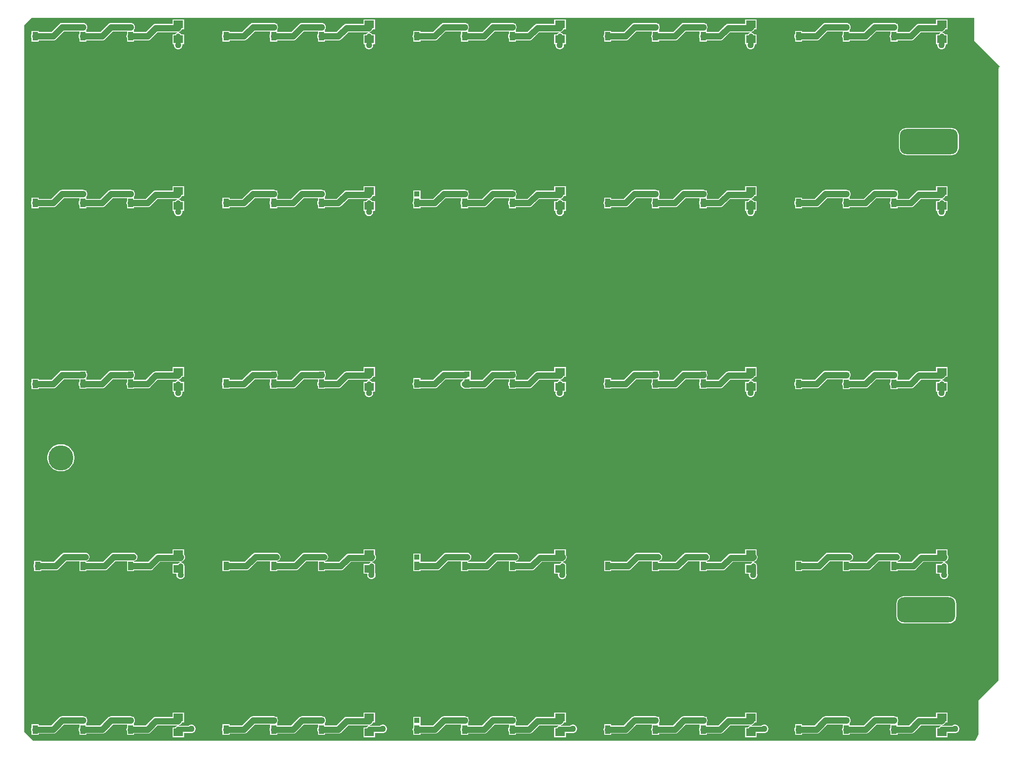
<source format=gtl>
G04*
G04 #@! TF.GenerationSoftware,Altium Limited,Altium Designer,21.9.1 (22)*
G04*
G04 Layer_Physical_Order=1*
G04 Layer_Color=255*
%FSLAX25Y25*%
%MOIN*%
G70*
G04*
G04 #@! TF.SameCoordinates,EB531D62-1C1F-4276-9C7D-F9011C492E8E*
G04*
G04*
G04 #@! TF.FilePolarity,Positive*
G04*
G01*
G75*
%ADD12R,0.03937X0.03937*%
%ADD13R,0.03937X0.06693*%
%ADD14R,0.07480X0.06102*%
%ADD20C,0.05000*%
%ADD21C,0.03937*%
G04:AMPARAMS|DCode=22|XSize=196.85mil|YSize=452.76mil|CornerRadius=49.21mil|HoleSize=0mil|Usage=FLASHONLY|Rotation=90.000|XOffset=0mil|YOffset=0mil|HoleType=Round|Shape=RoundedRectangle|*
%AMROUNDEDRECTD22*
21,1,0.19685,0.35433,0,0,90.0*
21,1,0.09843,0.45276,0,0,90.0*
1,1,0.09843,0.17717,0.04921*
1,1,0.09843,0.17717,-0.04921*
1,1,0.09843,-0.17717,-0.04921*
1,1,0.09843,-0.17717,0.04921*
%
%ADD22ROUNDEDRECTD22*%
%ADD23C,0.19685*%
%ADD24C,0.05000*%
G36*
X857000Y1051500D02*
X876961Y1031539D01*
Y1030892D01*
X875000Y1030500D01*
X876293D01*
X876293Y1030500D01*
X876500Y1030000D01*
X876000Y1029500D01*
Y550000D01*
X860500Y534500D01*
Y507681D01*
X858089Y503089D01*
X857567Y502567D01*
X119317D01*
X112539Y509345D01*
Y719461D01*
Y850961D01*
X112539Y1063710D01*
X118183Y1069355D01*
X857000Y1069355D01*
Y1051500D01*
D02*
G37*
%LPC*%
G36*
X836158Y1068169D02*
X827102D01*
Y1064816D01*
X813925D01*
X813067Y1064703D01*
X812267Y1064371D01*
X811581Y1063845D01*
X806032Y1058296D01*
X796984D01*
Y1059114D01*
X796984Y1059114D01*
Y1059311D01*
X796984D01*
X796984Y1059614D01*
Y1060258D01*
X797100Y1060409D01*
X797431Y1061209D01*
X797544Y1062067D01*
X797431Y1062925D01*
X797100Y1063725D01*
X796984Y1063875D01*
Y1064823D01*
X796037D01*
X795886Y1064939D01*
X795086Y1065270D01*
X794228Y1065383D01*
X778992D01*
X778134Y1065270D01*
X777334Y1064939D01*
X776648Y1064412D01*
X770532Y1058296D01*
X759583D01*
Y1059114D01*
X759583Y1059114D01*
Y1059311D01*
X759583D01*
X759583Y1059614D01*
Y1060258D01*
X759698Y1060409D01*
X760030Y1061209D01*
X760143Y1062067D01*
X760030Y1062925D01*
X759698Y1063725D01*
X759583Y1063875D01*
Y1064823D01*
X758635D01*
X758485Y1064939D01*
X757685Y1065270D01*
X756827Y1065383D01*
X740492D01*
X739634Y1065270D01*
X738834Y1064939D01*
X738147Y1064412D01*
X732032Y1058296D01*
X722181D01*
Y1059114D01*
X716669D01*
Y1056789D01*
X716554Y1056638D01*
X716222Y1055838D01*
X716109Y1054980D01*
X716222Y1054122D01*
X716554Y1053322D01*
X716669Y1053172D01*
Y1050846D01*
X722181D01*
Y1051665D01*
X733405D01*
X734264Y1051777D01*
X735063Y1052109D01*
X735750Y1052636D01*
X741865Y1058751D01*
X754071D01*
Y1056789D01*
X753955Y1056638D01*
X753624Y1055838D01*
X753511Y1054980D01*
X753624Y1054122D01*
X753955Y1053322D01*
X754071Y1053172D01*
Y1050846D01*
X759583D01*
Y1051665D01*
X771906D01*
X772764Y1051777D01*
X773563Y1052109D01*
X774250Y1052636D01*
X780366Y1058751D01*
X791472D01*
Y1056789D01*
X791357Y1056638D01*
X791026Y1055838D01*
X790913Y1054980D01*
X791026Y1054122D01*
X791357Y1053322D01*
X791472Y1053172D01*
Y1050846D01*
X796984D01*
Y1051665D01*
X807405D01*
X808264Y1051777D01*
X809063Y1052109D01*
X809750Y1052636D01*
X815299Y1058184D01*
X830635D01*
X830735Y1057684D01*
X830240Y1057479D01*
X829664Y1057038D01*
X829294Y1056555D01*
X827102D01*
Y1048878D01*
X827846D01*
X828151Y1048481D01*
X828138Y1048433D01*
Y1047567D01*
X828362Y1046731D01*
X828795Y1045982D01*
X829407Y1045369D01*
X830156Y1044937D01*
X830992Y1044713D01*
X831858D01*
X832694Y1044937D01*
X833444Y1045369D01*
X834056Y1045982D01*
X834489Y1046731D01*
X834713Y1047567D01*
Y1048433D01*
X834700Y1048481D01*
X835004Y1048878D01*
X836158D01*
Y1056555D01*
X833966D01*
X833595Y1057038D01*
X833020Y1057479D01*
X832349Y1057757D01*
X832045Y1057797D01*
X832013Y1058297D01*
X832813Y1058628D01*
X833499Y1059155D01*
X833974Y1059631D01*
X834501Y1060317D01*
X834574Y1060492D01*
X836158D01*
Y1068169D01*
D02*
G37*
G36*
X686551D02*
X677496D01*
Y1064816D01*
X664319D01*
X663461Y1064703D01*
X662661Y1064371D01*
X661974Y1063845D01*
X656426Y1058296D01*
X647378D01*
Y1059114D01*
X647378Y1059114D01*
Y1059311D01*
X647378D01*
X647378Y1059614D01*
Y1060258D01*
X647494Y1060409D01*
X647825Y1061209D01*
X647938Y1062067D01*
X647825Y1062925D01*
X647494Y1063725D01*
X647378Y1063875D01*
Y1064823D01*
X646431D01*
X646280Y1064939D01*
X645480Y1065270D01*
X644622Y1065383D01*
X629386D01*
X628528Y1065270D01*
X627728Y1064939D01*
X627041Y1064412D01*
X620926Y1058296D01*
X609976D01*
Y1059114D01*
X609976Y1059114D01*
Y1059311D01*
X609976D01*
X609976Y1059614D01*
Y1060258D01*
X610092Y1060409D01*
X610423Y1061209D01*
X610536Y1062067D01*
X610423Y1062925D01*
X610092Y1063725D01*
X609976Y1063875D01*
Y1064823D01*
X609029D01*
X608878Y1064939D01*
X608079Y1065270D01*
X607221Y1065383D01*
X590886D01*
X590028Y1065270D01*
X589228Y1064939D01*
X588541Y1064412D01*
X582426Y1058296D01*
X572575D01*
Y1059114D01*
X567063D01*
Y1056789D01*
X566947Y1056638D01*
X566616Y1055838D01*
X566503Y1054980D01*
X566616Y1054122D01*
X566947Y1053322D01*
X567063Y1053172D01*
Y1050846D01*
X572575D01*
Y1051665D01*
X583799D01*
X584657Y1051777D01*
X585457Y1052109D01*
X586144Y1052636D01*
X592259Y1058751D01*
X604465D01*
Y1056789D01*
X604349Y1056638D01*
X604018Y1055838D01*
X603905Y1054980D01*
X604018Y1054122D01*
X604349Y1053322D01*
X604465Y1053172D01*
Y1050846D01*
X609976D01*
Y1051665D01*
X622299D01*
X623157Y1051777D01*
X623957Y1052109D01*
X624644Y1052636D01*
X630759Y1058751D01*
X641866D01*
Y1056789D01*
X641750Y1056638D01*
X641419Y1055838D01*
X641306Y1054980D01*
X641419Y1054122D01*
X641750Y1053322D01*
X641866Y1053172D01*
Y1050846D01*
X647378D01*
Y1051665D01*
X657799D01*
X658657Y1051777D01*
X659457Y1052109D01*
X660144Y1052636D01*
X665692Y1058184D01*
X681029D01*
X681129Y1057684D01*
X680634Y1057479D01*
X680058Y1057038D01*
X679688Y1056555D01*
X677496D01*
Y1048878D01*
X678240D01*
X678545Y1048481D01*
X678532Y1048433D01*
Y1047567D01*
X678756Y1046731D01*
X679188Y1045982D01*
X679800Y1045369D01*
X680550Y1044937D01*
X681386Y1044713D01*
X682252D01*
X683088Y1044937D01*
X683837Y1045369D01*
X684449Y1045982D01*
X684882Y1046731D01*
X685106Y1047567D01*
Y1048433D01*
X685093Y1048481D01*
X685398Y1048878D01*
X686551D01*
Y1056555D01*
X684359D01*
X683989Y1057038D01*
X683414Y1057479D01*
X682743Y1057757D01*
X682438Y1057797D01*
X682407Y1058297D01*
X683206Y1058628D01*
X683893Y1059155D01*
X684368Y1059631D01*
X684895Y1060317D01*
X684968Y1060492D01*
X686551D01*
Y1068169D01*
D02*
G37*
G36*
X536945D02*
X527890D01*
Y1064816D01*
X514713D01*
X513854Y1064703D01*
X513055Y1064371D01*
X512368Y1063845D01*
X506819Y1058296D01*
X497772D01*
Y1059114D01*
X497772Y1059114D01*
Y1059311D01*
X497772D01*
X497772Y1059614D01*
Y1060258D01*
X497887Y1060409D01*
X498218Y1061209D01*
X498331Y1062067D01*
X498218Y1062925D01*
X497887Y1063725D01*
X497772Y1063875D01*
Y1064823D01*
X496824D01*
X496674Y1064939D01*
X495874Y1065270D01*
X495016Y1065383D01*
X479779D01*
X478921Y1065270D01*
X478122Y1064939D01*
X477435Y1064412D01*
X471319Y1058296D01*
X460370D01*
Y1059114D01*
X460370Y1059114D01*
Y1059311D01*
X460370D01*
X460370Y1059614D01*
Y1060258D01*
X460486Y1060409D01*
X460817Y1061209D01*
X460930Y1062067D01*
X460817Y1062925D01*
X460486Y1063725D01*
X460370Y1063875D01*
Y1064823D01*
X459423D01*
X459272Y1064939D01*
X458472Y1065270D01*
X457614Y1065383D01*
X441280D01*
X440421Y1065270D01*
X439622Y1064939D01*
X438935Y1064412D01*
X432820Y1058296D01*
X422968D01*
Y1059114D01*
X417457D01*
Y1056789D01*
X417341Y1056638D01*
X417010Y1055838D01*
X416897Y1054980D01*
X417010Y1054122D01*
X417341Y1053322D01*
X417457Y1053172D01*
Y1050846D01*
X422968D01*
Y1051665D01*
X434193D01*
X435051Y1051777D01*
X435851Y1052109D01*
X436538Y1052636D01*
X442653Y1058751D01*
X454858D01*
Y1056789D01*
X454743Y1056638D01*
X454411Y1055838D01*
X454298Y1054980D01*
X454411Y1054122D01*
X454743Y1053322D01*
X454858Y1053172D01*
Y1050846D01*
X460370D01*
Y1051665D01*
X472693D01*
X473551Y1051777D01*
X474351Y1052109D01*
X475037Y1052636D01*
X481153Y1058751D01*
X492260D01*
Y1056789D01*
X492144Y1056638D01*
X491813Y1055838D01*
X491700Y1054980D01*
X491813Y1054122D01*
X492144Y1053322D01*
X492260Y1053172D01*
Y1050846D01*
X497772D01*
Y1051665D01*
X508193D01*
X509051Y1051777D01*
X509851Y1052109D01*
X510537Y1052636D01*
X516086Y1058184D01*
X531423D01*
X531522Y1057684D01*
X531028Y1057479D01*
X530452Y1057038D01*
X530082Y1056555D01*
X527890D01*
Y1048878D01*
X528634D01*
X528938Y1048481D01*
X528925Y1048433D01*
Y1047567D01*
X529149Y1046731D01*
X529582Y1045982D01*
X530194Y1045369D01*
X530944Y1044937D01*
X531780Y1044713D01*
X532645D01*
X533482Y1044937D01*
X534231Y1045369D01*
X534843Y1045982D01*
X535276Y1046731D01*
X535500Y1047567D01*
Y1048433D01*
X535487Y1048481D01*
X535791Y1048878D01*
X536945D01*
Y1056555D01*
X534753D01*
X534383Y1057038D01*
X533807Y1057479D01*
X533137Y1057757D01*
X532832Y1057797D01*
X532800Y1058297D01*
X533600Y1058628D01*
X534287Y1059155D01*
X534762Y1059631D01*
X535289Y1060317D01*
X535361Y1060492D01*
X536945D01*
Y1068169D01*
D02*
G37*
G36*
X387339D02*
X378284D01*
Y1064816D01*
X365106D01*
X364248Y1064703D01*
X363448Y1064371D01*
X362762Y1063845D01*
X357213Y1058296D01*
X348165D01*
Y1059114D01*
X348165Y1059114D01*
Y1059311D01*
X348165D01*
X348165Y1059614D01*
Y1060258D01*
X348281Y1060409D01*
X348612Y1061209D01*
X348725Y1062067D01*
X348612Y1062925D01*
X348281Y1063725D01*
X348165Y1063875D01*
Y1064823D01*
X347218D01*
X347067Y1064939D01*
X346268Y1065270D01*
X345409Y1065383D01*
X330173D01*
X329315Y1065270D01*
X328515Y1064939D01*
X327829Y1064412D01*
X321713Y1058296D01*
X310764D01*
Y1059114D01*
X310764Y1059114D01*
Y1059311D01*
X310764D01*
X310764Y1059614D01*
Y1060258D01*
X310879Y1060409D01*
X311211Y1061209D01*
X311324Y1062067D01*
X311211Y1062925D01*
X310879Y1063725D01*
X310764Y1063875D01*
Y1064823D01*
X309817D01*
X309666Y1064939D01*
X308866Y1065270D01*
X308008Y1065383D01*
X291673D01*
X290815Y1065270D01*
X290015Y1064939D01*
X289329Y1064412D01*
X283213Y1058296D01*
X273362D01*
Y1059114D01*
X267850D01*
Y1056789D01*
X267735Y1056638D01*
X267404Y1055838D01*
X267290Y1054980D01*
X267404Y1054122D01*
X267735Y1053322D01*
X267850Y1053172D01*
Y1050846D01*
X273362D01*
Y1051665D01*
X284587D01*
X285445Y1051777D01*
X286245Y1052109D01*
X286931Y1052636D01*
X293047Y1058751D01*
X305252D01*
Y1056789D01*
X305136Y1056638D01*
X304805Y1055838D01*
X304692Y1054980D01*
X304805Y1054122D01*
X305136Y1053322D01*
X305252Y1053172D01*
Y1050846D01*
X310764D01*
Y1051665D01*
X323087D01*
X323945Y1051777D01*
X324745Y1052109D01*
X325431Y1052636D01*
X331547Y1058751D01*
X342653D01*
Y1056789D01*
X342538Y1056638D01*
X342207Y1055838D01*
X342094Y1054980D01*
X342207Y1054122D01*
X342538Y1053322D01*
X342653Y1053172D01*
Y1050846D01*
X348165D01*
Y1051665D01*
X358587D01*
X359445Y1051777D01*
X360244Y1052109D01*
X360931Y1052636D01*
X366480Y1058184D01*
X381817D01*
X381916Y1057684D01*
X381421Y1057479D01*
X380845Y1057038D01*
X380475Y1056555D01*
X378284D01*
Y1048878D01*
X379028D01*
X379332Y1048481D01*
X379319Y1048433D01*
Y1047567D01*
X379543Y1046731D01*
X379976Y1045982D01*
X380588Y1045369D01*
X381337Y1044937D01*
X382173Y1044713D01*
X383039D01*
X383875Y1044937D01*
X384625Y1045369D01*
X385237Y1045982D01*
X385670Y1046731D01*
X385894Y1047567D01*
Y1048433D01*
X385881Y1048481D01*
X386185Y1048878D01*
X387339D01*
Y1056555D01*
X385147D01*
X384776Y1057038D01*
X384201Y1057479D01*
X383530Y1057757D01*
X383226Y1057797D01*
X383194Y1058297D01*
X383994Y1058628D01*
X384680Y1059155D01*
X385156Y1059631D01*
X385683Y1060317D01*
X385755Y1060492D01*
X387339D01*
Y1068169D01*
D02*
G37*
G36*
X237732D02*
X228677D01*
Y1064816D01*
X215500D01*
X214642Y1064703D01*
X213842Y1064371D01*
X213155Y1063845D01*
X207607Y1058296D01*
X198559D01*
Y1059114D01*
X198559Y1059114D01*
Y1059311D01*
X198559D01*
X198559Y1059614D01*
Y1060258D01*
X198675Y1060409D01*
X199006Y1061209D01*
X199119Y1062067D01*
X199006Y1062925D01*
X198675Y1063725D01*
X198559Y1063875D01*
Y1064823D01*
X197612D01*
X197461Y1064939D01*
X196661Y1065270D01*
X195803Y1065383D01*
X180567D01*
X179709Y1065270D01*
X178909Y1064939D01*
X178222Y1064412D01*
X172107Y1058296D01*
X161158D01*
Y1059114D01*
X161158Y1059114D01*
Y1059311D01*
X161158D01*
X161158Y1059614D01*
Y1060258D01*
X161273Y1060409D01*
X161604Y1061209D01*
X161717Y1062067D01*
X161604Y1062925D01*
X161273Y1063725D01*
X161158Y1063875D01*
Y1064823D01*
X160210D01*
X160059Y1064939D01*
X159260Y1065270D01*
X158402Y1065383D01*
X142067D01*
X141209Y1065270D01*
X140409Y1064939D01*
X139722Y1064412D01*
X133607Y1058296D01*
X123756D01*
Y1059114D01*
X118244D01*
Y1056789D01*
X118129Y1056638D01*
X117797Y1055838D01*
X117684Y1054980D01*
X117797Y1054122D01*
X118129Y1053322D01*
X118244Y1053172D01*
Y1050846D01*
X123756D01*
Y1051665D01*
X134980D01*
X135838Y1051777D01*
X136638Y1052109D01*
X137325Y1052636D01*
X143440Y1058751D01*
X155646D01*
Y1056789D01*
X155530Y1056638D01*
X155199Y1055838D01*
X155086Y1054980D01*
X155199Y1054122D01*
X155530Y1053322D01*
X155646Y1053172D01*
Y1050846D01*
X161158D01*
Y1051665D01*
X173480D01*
X174338Y1051777D01*
X175138Y1052109D01*
X175825Y1052636D01*
X181940Y1058751D01*
X193047D01*
Y1056789D01*
X192932Y1056638D01*
X192600Y1055838D01*
X192487Y1054980D01*
X192600Y1054122D01*
X192932Y1053322D01*
X193047Y1053172D01*
Y1050846D01*
X198559D01*
Y1051665D01*
X208980D01*
X209839Y1051777D01*
X210638Y1052109D01*
X211325Y1052636D01*
X216873Y1058184D01*
X232210D01*
X232310Y1057684D01*
X231815Y1057479D01*
X231239Y1057038D01*
X230869Y1056555D01*
X228677D01*
Y1048878D01*
X229421D01*
X229726Y1048481D01*
X229713Y1048433D01*
Y1047567D01*
X229937Y1046731D01*
X230369Y1045982D01*
X230981Y1045369D01*
X231731Y1044937D01*
X232567Y1044713D01*
X233433D01*
X234269Y1044937D01*
X235018Y1045369D01*
X235631Y1045982D01*
X236063Y1046731D01*
X236287Y1047567D01*
Y1048433D01*
X236274Y1048481D01*
X236579Y1048878D01*
X237732D01*
Y1056555D01*
X235540D01*
X235170Y1057038D01*
X234595Y1057479D01*
X233924Y1057757D01*
X233619Y1057797D01*
X233588Y1058297D01*
X234387Y1058628D01*
X235074Y1059155D01*
X235549Y1059631D01*
X236076Y1060317D01*
X236149Y1060492D01*
X237732D01*
Y1068169D01*
D02*
G37*
G36*
X839270Y983061D02*
X803837D01*
X802347Y982865D01*
X800959Y982290D01*
X799766Y981375D01*
X798851Y980182D01*
X798276Y978794D01*
X798080Y977304D01*
Y967461D01*
X798276Y965971D01*
X798851Y964582D01*
X799766Y963389D01*
X800959Y962475D01*
X802347Y961899D01*
X803837Y961703D01*
X839270D01*
X840761Y961899D01*
X842150Y962475D01*
X843342Y963389D01*
X844257Y964582D01*
X844832Y965971D01*
X845028Y967461D01*
Y977304D01*
X844832Y978794D01*
X844257Y980182D01*
X843342Y981375D01*
X842150Y982290D01*
X840761Y982865D01*
X839270Y983061D01*
D02*
G37*
G36*
X836158Y937429D02*
X827102D01*
Y934076D01*
X813925D01*
X813067Y933963D01*
X812267Y933631D01*
X811581Y933104D01*
X806032Y927556D01*
X796984D01*
Y928374D01*
X796984Y928374D01*
Y928571D01*
X796984D01*
X796984Y928874D01*
Y929518D01*
X797100Y929669D01*
X797431Y930469D01*
X797544Y931327D01*
X797431Y932185D01*
X797100Y932985D01*
X796984Y933135D01*
Y934083D01*
X796037D01*
X795886Y934198D01*
X795086Y934530D01*
X794228Y934643D01*
X778992D01*
X778134Y934530D01*
X777334Y934198D01*
X776648Y933671D01*
X770532Y927556D01*
X759583D01*
Y928374D01*
X759583Y928374D01*
Y928571D01*
X759583D01*
X759583Y928874D01*
Y929518D01*
X759698Y929669D01*
X760030Y930469D01*
X760143Y931327D01*
X760030Y932185D01*
X759698Y932985D01*
X759583Y933135D01*
Y934083D01*
X758635D01*
X758485Y934198D01*
X757685Y934530D01*
X756827Y934643D01*
X740492D01*
X739634Y934530D01*
X738834Y934198D01*
X738147Y933671D01*
X732032Y927556D01*
X722181D01*
Y928374D01*
X716669D01*
Y926049D01*
X716554Y925898D01*
X716222Y925098D01*
X716109Y924240D01*
X716222Y923382D01*
X716554Y922582D01*
X716669Y922432D01*
Y920106D01*
X722181D01*
Y920924D01*
X733405D01*
X734264Y921037D01*
X735063Y921369D01*
X735750Y921896D01*
X741865Y928011D01*
X754071D01*
Y926049D01*
X753955Y925898D01*
X753624Y925098D01*
X753511Y924240D01*
X753624Y923382D01*
X753955Y922582D01*
X754071Y922432D01*
Y920106D01*
X759583D01*
Y920924D01*
X771906D01*
X772764Y921037D01*
X773563Y921369D01*
X774250Y921896D01*
X780366Y928011D01*
X791472D01*
Y926049D01*
X791357Y925898D01*
X791026Y925098D01*
X790913Y924240D01*
X791026Y923382D01*
X791357Y922582D01*
X791472Y922432D01*
Y920106D01*
X796984D01*
Y920924D01*
X807405D01*
X808264Y921037D01*
X809063Y921369D01*
X809750Y921896D01*
X815299Y927444D01*
X830635D01*
X830735Y926944D01*
X830240Y926739D01*
X829664Y926297D01*
X829294Y925815D01*
X827102D01*
Y918138D01*
X827846D01*
X828151Y917741D01*
X828138Y917693D01*
Y916827D01*
X828362Y915991D01*
X828795Y915241D01*
X829407Y914629D01*
X830156Y914196D01*
X830992Y913972D01*
X831858D01*
X832694Y914196D01*
X833444Y914629D01*
X834056Y915241D01*
X834489Y915991D01*
X834713Y916827D01*
Y917693D01*
X834700Y917741D01*
X835004Y918138D01*
X836158D01*
Y925815D01*
X833966D01*
X833595Y926297D01*
X833020Y926739D01*
X832349Y927017D01*
X832045Y927057D01*
X832013Y927557D01*
X832813Y927888D01*
X833499Y928415D01*
X833974Y928891D01*
X834501Y929577D01*
X834574Y929752D01*
X836158D01*
Y937429D01*
D02*
G37*
G36*
X686551D02*
X677496D01*
Y934076D01*
X664319D01*
X663461Y933963D01*
X662661Y933631D01*
X661974Y933104D01*
X656426Y927556D01*
X647378D01*
Y928374D01*
X647378Y928374D01*
Y928571D01*
X647378D01*
X647378Y928874D01*
Y929518D01*
X647494Y929669D01*
X647825Y930469D01*
X647938Y931327D01*
X647825Y932185D01*
X647494Y932985D01*
X647378Y933135D01*
Y934083D01*
X646431D01*
X646280Y934198D01*
X645480Y934530D01*
X644622Y934643D01*
X629386D01*
X628528Y934530D01*
X627728Y934198D01*
X627041Y933671D01*
X620926Y927556D01*
X609976D01*
Y928374D01*
X609976Y928374D01*
Y928571D01*
X609976D01*
X609976Y928874D01*
Y929518D01*
X610092Y929669D01*
X610423Y930469D01*
X610536Y931327D01*
X610423Y932185D01*
X610092Y932985D01*
X609976Y933135D01*
Y934083D01*
X609029D01*
X608878Y934198D01*
X608079Y934530D01*
X607221Y934643D01*
X590886D01*
X590028Y934530D01*
X589228Y934198D01*
X588541Y933671D01*
X582426Y927556D01*
X572575D01*
Y928374D01*
X567063D01*
Y926049D01*
X566947Y925898D01*
X566616Y925098D01*
X566503Y924240D01*
X566616Y923382D01*
X566947Y922582D01*
X567063Y922432D01*
Y920106D01*
X572575D01*
Y920924D01*
X583799D01*
X584657Y921037D01*
X585457Y921369D01*
X586144Y921896D01*
X592259Y928011D01*
X604465D01*
Y926049D01*
X604349Y925898D01*
X604018Y925098D01*
X603905Y924240D01*
X604018Y923382D01*
X604349Y922582D01*
X604465Y922432D01*
Y920106D01*
X609976D01*
Y920924D01*
X622299D01*
X623157Y921037D01*
X623957Y921369D01*
X624644Y921896D01*
X630759Y928011D01*
X641866D01*
Y926049D01*
X641750Y925898D01*
X641419Y925098D01*
X641306Y924240D01*
X641419Y923382D01*
X641750Y922582D01*
X641866Y922432D01*
Y920106D01*
X647378D01*
Y920924D01*
X657799D01*
X658657Y921037D01*
X659457Y921369D01*
X660144Y921896D01*
X665692Y927444D01*
X681029D01*
X681129Y926944D01*
X680634Y926739D01*
X680058Y926297D01*
X679688Y925815D01*
X677496D01*
Y918138D01*
X678240D01*
X678545Y917741D01*
X678532Y917693D01*
Y916827D01*
X678756Y915991D01*
X679188Y915241D01*
X679800Y914629D01*
X680550Y914196D01*
X681386Y913972D01*
X682252D01*
X683088Y914196D01*
X683837Y914629D01*
X684449Y915241D01*
X684882Y915991D01*
X685106Y916827D01*
Y917693D01*
X685093Y917741D01*
X685398Y918138D01*
X686551D01*
Y925815D01*
X684359D01*
X683989Y926297D01*
X683414Y926739D01*
X682743Y927017D01*
X682438Y927057D01*
X682407Y927557D01*
X683206Y927888D01*
X683893Y928415D01*
X684368Y928891D01*
X684895Y929577D01*
X684968Y929752D01*
X686551D01*
Y937429D01*
D02*
G37*
G36*
X536945D02*
X527890D01*
Y934076D01*
X514713D01*
X513854Y933963D01*
X513055Y933631D01*
X512368Y933104D01*
X506819Y927556D01*
X497772D01*
Y928374D01*
X497772Y928374D01*
Y928571D01*
X497772D01*
X497772Y928874D01*
Y929518D01*
X497887Y929669D01*
X498218Y930469D01*
X498331Y931327D01*
X498218Y932185D01*
X497887Y932985D01*
X497772Y933135D01*
Y934083D01*
X496824D01*
X496674Y934198D01*
X495874Y934530D01*
X495016Y934643D01*
X479779D01*
X478921Y934530D01*
X478122Y934198D01*
X477435Y933671D01*
X471319Y927556D01*
X460370D01*
Y928374D01*
X460370Y928374D01*
Y928571D01*
X460370D01*
X460370Y928874D01*
Y929518D01*
X460486Y929669D01*
X460817Y930469D01*
X460930Y931327D01*
X460817Y932185D01*
X460486Y932985D01*
X460370Y933135D01*
Y934083D01*
X459423D01*
X459272Y934198D01*
X458472Y934530D01*
X457614Y934643D01*
X441280D01*
X440421Y934530D01*
X439622Y934198D01*
X438935Y933671D01*
X432820Y927556D01*
X423322D01*
X422968Y927909D01*
X422968Y928374D01*
X422968Y928874D01*
Y934083D01*
X417457D01*
Y928874D01*
X417457Y928571D01*
X417457Y928071D01*
Y926049D01*
X417341Y925898D01*
X417010Y925098D01*
X416897Y924240D01*
X417010Y923382D01*
X417341Y922582D01*
X417457Y922432D01*
Y920106D01*
X422968D01*
Y920924D01*
X434193D01*
X435051Y921037D01*
X435851Y921369D01*
X436538Y921896D01*
X442653Y928011D01*
X454858D01*
Y926049D01*
X454743Y925898D01*
X454411Y925098D01*
X454298Y924240D01*
X454411Y923382D01*
X454743Y922582D01*
X454858Y922432D01*
Y920106D01*
X460370D01*
Y920924D01*
X472693D01*
X473551Y921037D01*
X474351Y921369D01*
X475037Y921896D01*
X481153Y928011D01*
X492260D01*
Y926049D01*
X492144Y925898D01*
X491813Y925098D01*
X491700Y924240D01*
X491813Y923382D01*
X492144Y922582D01*
X492260Y922432D01*
Y920106D01*
X497772D01*
Y920924D01*
X508193D01*
X509051Y921037D01*
X509851Y921369D01*
X510537Y921896D01*
X516086Y927444D01*
X531423D01*
X531522Y926944D01*
X531028Y926739D01*
X530452Y926297D01*
X530082Y925815D01*
X527890D01*
Y918138D01*
X528634D01*
X528938Y917741D01*
X528925Y917693D01*
Y916827D01*
X529149Y915991D01*
X529582Y915241D01*
X530194Y914629D01*
X530944Y914196D01*
X531780Y913972D01*
X532645D01*
X533482Y914196D01*
X534231Y914629D01*
X534843Y915241D01*
X535276Y915991D01*
X535500Y916827D01*
Y917693D01*
X535487Y917741D01*
X535791Y918138D01*
X536945D01*
Y925815D01*
X534753D01*
X534383Y926297D01*
X533807Y926739D01*
X533137Y927017D01*
X532832Y927057D01*
X532800Y927557D01*
X533600Y927888D01*
X534287Y928415D01*
X534762Y928891D01*
X535289Y929577D01*
X535361Y929752D01*
X536945D01*
Y937429D01*
D02*
G37*
G36*
X387339D02*
X378284D01*
Y934076D01*
X365106D01*
X364248Y933963D01*
X363448Y933631D01*
X362762Y933104D01*
X357213Y927556D01*
X348165D01*
Y928374D01*
X348165Y928374D01*
Y928571D01*
X348165D01*
X348165Y928874D01*
Y929518D01*
X348281Y929669D01*
X348612Y930469D01*
X348725Y931327D01*
X348612Y932185D01*
X348281Y932985D01*
X348165Y933135D01*
Y934083D01*
X347218D01*
X347067Y934198D01*
X346268Y934530D01*
X345409Y934643D01*
X330173D01*
X329315Y934530D01*
X328515Y934198D01*
X327829Y933671D01*
X321713Y927556D01*
X310764D01*
Y928374D01*
X310764Y928374D01*
Y928571D01*
X310764D01*
X310764Y928874D01*
Y929518D01*
X310879Y929669D01*
X311211Y930469D01*
X311324Y931327D01*
X311211Y932185D01*
X310879Y932985D01*
X310764Y933135D01*
Y934083D01*
X309817D01*
X309666Y934198D01*
X308866Y934530D01*
X308008Y934643D01*
X291673D01*
X290815Y934530D01*
X290015Y934198D01*
X289329Y933671D01*
X283213Y927556D01*
X273362D01*
Y928374D01*
X267850D01*
Y926049D01*
X267735Y925898D01*
X267404Y925098D01*
X267290Y924240D01*
X267404Y923382D01*
X267735Y922582D01*
X267850Y922432D01*
Y920106D01*
X273362D01*
Y920924D01*
X284587D01*
X285445Y921037D01*
X286245Y921369D01*
X286931Y921896D01*
X293047Y928011D01*
X305252D01*
Y926049D01*
X305136Y925898D01*
X304805Y925098D01*
X304692Y924240D01*
X304805Y923382D01*
X305136Y922582D01*
X305252Y922432D01*
Y920106D01*
X310764D01*
Y920924D01*
X323087D01*
X323945Y921037D01*
X324745Y921369D01*
X325431Y921896D01*
X331547Y928011D01*
X342653D01*
Y926049D01*
X342538Y925898D01*
X342207Y925098D01*
X342094Y924240D01*
X342207Y923382D01*
X342538Y922582D01*
X342653Y922432D01*
Y920106D01*
X348165D01*
Y920924D01*
X358587D01*
X359445Y921037D01*
X360244Y921369D01*
X360931Y921896D01*
X366480Y927444D01*
X381817D01*
X381916Y926944D01*
X381421Y926739D01*
X380845Y926297D01*
X380475Y925815D01*
X378284D01*
Y918138D01*
X379028D01*
X379332Y917741D01*
X379319Y917693D01*
Y916827D01*
X379543Y915991D01*
X379976Y915241D01*
X380588Y914629D01*
X381337Y914196D01*
X382173Y913972D01*
X383039D01*
X383875Y914196D01*
X384625Y914629D01*
X385237Y915241D01*
X385670Y915991D01*
X385894Y916827D01*
Y917693D01*
X385881Y917741D01*
X386185Y918138D01*
X387339D01*
Y925815D01*
X385147D01*
X384776Y926297D01*
X384201Y926739D01*
X383530Y927017D01*
X383226Y927057D01*
X383194Y927557D01*
X383994Y927888D01*
X384680Y928415D01*
X385156Y928891D01*
X385683Y929577D01*
X385755Y929752D01*
X387339D01*
Y937429D01*
D02*
G37*
G36*
X237732D02*
X228677D01*
Y934076D01*
X215500D01*
X214642Y933963D01*
X213842Y933631D01*
X213155Y933104D01*
X207607Y927556D01*
X198559D01*
Y928374D01*
X198559Y928374D01*
Y928571D01*
X198559D01*
X198559Y928874D01*
Y929518D01*
X198675Y929669D01*
X199006Y930469D01*
X199119Y931327D01*
X199006Y932185D01*
X198675Y932985D01*
X198559Y933135D01*
Y934083D01*
X197612D01*
X197461Y934198D01*
X196661Y934530D01*
X195803Y934643D01*
X180567D01*
X179709Y934530D01*
X178909Y934198D01*
X178222Y933671D01*
X172107Y927556D01*
X161158D01*
Y928374D01*
X161158Y928374D01*
Y928571D01*
X161158D01*
X161158Y928874D01*
Y929518D01*
X161273Y929669D01*
X161604Y930469D01*
X161717Y931327D01*
X161604Y932185D01*
X161273Y932985D01*
X161158Y933135D01*
Y934083D01*
X160210D01*
X160059Y934198D01*
X159260Y934530D01*
X158402Y934643D01*
X142067D01*
X141209Y934530D01*
X140409Y934198D01*
X139722Y933671D01*
X133607Y927556D01*
X123756D01*
Y928374D01*
X118244D01*
Y926049D01*
X118129Y925898D01*
X117797Y925098D01*
X117684Y924240D01*
X117797Y923382D01*
X118129Y922582D01*
X118244Y922432D01*
Y920106D01*
X123756D01*
Y920924D01*
X134980D01*
X135838Y921037D01*
X136638Y921369D01*
X137325Y921896D01*
X143440Y928011D01*
X155646D01*
Y926049D01*
X155530Y925898D01*
X155199Y925098D01*
X155086Y924240D01*
X155199Y923382D01*
X155530Y922582D01*
X155646Y922432D01*
Y920106D01*
X161158D01*
Y920924D01*
X173480D01*
X174338Y921037D01*
X175138Y921369D01*
X175825Y921896D01*
X181940Y928011D01*
X193047D01*
Y926049D01*
X192932Y925898D01*
X192600Y925098D01*
X192487Y924240D01*
X192600Y923382D01*
X192932Y922582D01*
X193047Y922432D01*
Y920106D01*
X198559D01*
Y920924D01*
X208980D01*
X209839Y921037D01*
X210638Y921369D01*
X211325Y921896D01*
X216873Y927444D01*
X232210D01*
X232310Y926944D01*
X231815Y926739D01*
X231239Y926297D01*
X230869Y925815D01*
X228677D01*
Y918138D01*
X229421D01*
X229726Y917741D01*
X229713Y917693D01*
Y916827D01*
X229937Y915991D01*
X230369Y915241D01*
X230981Y914629D01*
X231731Y914196D01*
X232567Y913972D01*
X233433D01*
X234269Y914196D01*
X235018Y914629D01*
X235631Y915241D01*
X236063Y915991D01*
X236287Y916827D01*
Y917693D01*
X236274Y917741D01*
X236579Y918138D01*
X237732D01*
Y925815D01*
X235540D01*
X235170Y926297D01*
X234595Y926739D01*
X233924Y927017D01*
X233619Y927057D01*
X233588Y927557D01*
X234387Y927888D01*
X235074Y928415D01*
X235549Y928891D01*
X236076Y929577D01*
X236149Y929752D01*
X237732D01*
Y937429D01*
D02*
G37*
G36*
X836158Y795606D02*
X827102D01*
Y792253D01*
X813925D01*
X813067Y792140D01*
X812267Y791809D01*
X811581Y791282D01*
X806032Y785733D01*
X796984D01*
Y786551D01*
X796984Y786551D01*
Y786748D01*
X796984D01*
X796984Y787051D01*
Y787695D01*
X797100Y787846D01*
X797431Y788646D01*
X797544Y789504D01*
X797431Y790362D01*
X797100Y791162D01*
X796984Y791313D01*
Y792260D01*
X796037D01*
X795886Y792376D01*
X795086Y792707D01*
X794228Y792820D01*
X778992D01*
X778134Y792707D01*
X777334Y792376D01*
X776648Y791849D01*
X770532Y785733D01*
X759583D01*
Y786551D01*
X759583Y786551D01*
Y786748D01*
X759583D01*
X759583Y787051D01*
Y787695D01*
X759698Y787846D01*
X760030Y788646D01*
X760143Y789504D01*
X760030Y790362D01*
X759698Y791162D01*
X759583Y791313D01*
Y792260D01*
X758635D01*
X758485Y792376D01*
X757685Y792707D01*
X756827Y792820D01*
X740492D01*
X739634Y792707D01*
X738834Y792376D01*
X738147Y791849D01*
X732032Y785733D01*
X722181D01*
Y786551D01*
X716669D01*
Y784226D01*
X716554Y784075D01*
X716222Y783276D01*
X716109Y782417D01*
X716222Y781559D01*
X716554Y780759D01*
X716669Y780609D01*
Y778284D01*
X722181D01*
Y779102D01*
X733405D01*
X734264Y779214D01*
X735063Y779546D01*
X735750Y780073D01*
X741865Y786188D01*
X754071D01*
Y784226D01*
X753955Y784075D01*
X753624Y783276D01*
X753511Y782417D01*
X753624Y781559D01*
X753955Y780759D01*
X754071Y780609D01*
Y778284D01*
X759583D01*
Y779102D01*
X771906D01*
X772764Y779214D01*
X773563Y779546D01*
X774250Y780073D01*
X780366Y786188D01*
X791472D01*
Y784226D01*
X791357Y784075D01*
X791026Y783276D01*
X790913Y782417D01*
X791026Y781559D01*
X791357Y780759D01*
X791472Y780609D01*
Y778284D01*
X796984D01*
Y779102D01*
X807405D01*
X808264Y779214D01*
X809063Y779546D01*
X809750Y780073D01*
X815299Y785621D01*
X830635D01*
X830735Y785121D01*
X830240Y784916D01*
X829664Y784475D01*
X829294Y783992D01*
X827102D01*
Y776315D01*
X827846D01*
X828151Y775918D01*
X828138Y775870D01*
Y775004D01*
X828362Y774168D01*
X828795Y773419D01*
X829407Y772806D01*
X830156Y772374D01*
X830992Y772150D01*
X831858D01*
X832694Y772374D01*
X833444Y772806D01*
X834056Y773419D01*
X834489Y774168D01*
X834713Y775004D01*
Y775870D01*
X834700Y775918D01*
X835004Y776315D01*
X836158D01*
Y783992D01*
X833966D01*
X833595Y784475D01*
X833020Y784916D01*
X832349Y785194D01*
X832045Y785234D01*
X832013Y785734D01*
X832813Y786065D01*
X833499Y786592D01*
X833974Y787068D01*
X834501Y787754D01*
X834574Y787929D01*
X836158D01*
Y795606D01*
D02*
G37*
G36*
X686551D02*
X677496D01*
Y792253D01*
X664319D01*
X663461Y792140D01*
X662661Y791809D01*
X661974Y791282D01*
X656426Y785733D01*
X647378D01*
Y786945D01*
X647378Y786945D01*
Y787142D01*
X647378D01*
X647378Y787695D01*
X647494Y787846D01*
X647825Y788646D01*
X647938Y789504D01*
X647825Y790362D01*
X647494Y791162D01*
X647378Y791313D01*
Y792654D01*
X645609D01*
X645480Y792707D01*
X644622Y792820D01*
X629386D01*
X628528Y792707D01*
X627728Y792376D01*
X627041Y791849D01*
X620926Y785733D01*
X609976D01*
Y786945D01*
X609976Y786945D01*
Y787142D01*
X609976D01*
X609976Y787695D01*
X610092Y787846D01*
X610423Y788646D01*
X610536Y789504D01*
X610423Y790362D01*
X610092Y791162D01*
X609976Y791313D01*
Y792654D01*
X608207D01*
X608079Y792707D01*
X607221Y792820D01*
X590886D01*
X590028Y792707D01*
X589228Y792376D01*
X588541Y791849D01*
X582426Y785733D01*
X572575D01*
Y786945D01*
X567063D01*
Y784226D01*
X566947Y784075D01*
X566616Y783276D01*
X566503Y782417D01*
X566616Y781559D01*
X566947Y780759D01*
X567063Y780609D01*
Y778677D01*
X572575D01*
Y779102D01*
X583799D01*
X584657Y779214D01*
X585457Y779546D01*
X586144Y780073D01*
X592259Y786188D01*
X604465D01*
Y784226D01*
X604349Y784075D01*
X604018Y783276D01*
X603905Y782417D01*
X604018Y781559D01*
X604349Y780759D01*
X604465Y780609D01*
Y778677D01*
X609976D01*
Y779102D01*
X622299D01*
X623157Y779214D01*
X623957Y779546D01*
X624644Y780073D01*
X630759Y786188D01*
X641866D01*
Y784226D01*
X641750Y784075D01*
X641419Y783276D01*
X641306Y782417D01*
X641419Y781559D01*
X641750Y780759D01*
X641866Y780609D01*
Y778677D01*
X647378D01*
Y779102D01*
X657799D01*
X658657Y779214D01*
X659457Y779546D01*
X660144Y780073D01*
X665692Y785621D01*
X681029D01*
X681129Y785121D01*
X680634Y784916D01*
X680058Y784475D01*
X679688Y783992D01*
X677496D01*
Y776315D01*
X678240D01*
X678545Y775918D01*
X678532Y775870D01*
Y775004D01*
X678756Y774168D01*
X679188Y773419D01*
X679800Y772806D01*
X680550Y772374D01*
X681386Y772150D01*
X682252D01*
X683088Y772374D01*
X683837Y772806D01*
X684449Y773419D01*
X684882Y774168D01*
X685106Y775004D01*
Y775870D01*
X685093Y775918D01*
X685398Y776315D01*
X686551D01*
Y783992D01*
X684359D01*
X683989Y784475D01*
X683414Y784916D01*
X682743Y785194D01*
X682438Y785234D01*
X682407Y785734D01*
X683206Y786065D01*
X683893Y786592D01*
X684368Y787068D01*
X684895Y787754D01*
X684968Y787929D01*
X686551D01*
Y795606D01*
D02*
G37*
G36*
X536945D02*
X527890D01*
Y792253D01*
X514713D01*
X513854Y792140D01*
X513055Y791809D01*
X512368Y791282D01*
X506819Y785733D01*
X497772D01*
Y786945D01*
X497772Y786945D01*
Y787142D01*
X497772D01*
X497772Y787695D01*
X497887Y787846D01*
X498218Y788646D01*
X498331Y789504D01*
X498218Y790362D01*
X497887Y791162D01*
X497772Y791313D01*
Y792654D01*
X496002D01*
X495874Y792707D01*
X495016Y792820D01*
X479779D01*
X478921Y792707D01*
X478122Y792376D01*
X477435Y791849D01*
X471319Y785733D01*
X462339D01*
Y786945D01*
X462339Y786945D01*
Y787142D01*
X462339D01*
X462339Y787445D01*
Y792654D01*
X458601D01*
X458472Y792707D01*
X457614Y792820D01*
X441280D01*
X440421Y792707D01*
X439622Y792376D01*
X438935Y791849D01*
X432820Y785733D01*
X422968D01*
Y786945D01*
X417457D01*
Y784226D01*
X417341Y784075D01*
X417010Y783276D01*
X416897Y782417D01*
X417010Y781559D01*
X417341Y780759D01*
X417457Y780609D01*
Y778677D01*
X422968D01*
Y779102D01*
X434193D01*
X435051Y779214D01*
X435851Y779546D01*
X436538Y780073D01*
X442653Y786188D01*
X456827D01*
Y785629D01*
X456756Y785620D01*
X455956Y785289D01*
X455270Y784762D01*
X454743Y784075D01*
X454411Y783276D01*
X454298Y782417D01*
X454411Y781559D01*
X454743Y780759D01*
X455270Y780073D01*
X455956Y779546D01*
X456756Y779214D01*
X456827Y779205D01*
Y778677D01*
X462339D01*
Y779102D01*
X472693D01*
X473551Y779214D01*
X474351Y779546D01*
X475037Y780073D01*
X481153Y786188D01*
X492260D01*
Y784226D01*
X492144Y784075D01*
X491813Y783276D01*
X491700Y782417D01*
X491813Y781559D01*
X492144Y780759D01*
X492260Y780609D01*
Y778677D01*
X497772D01*
Y779102D01*
X508193D01*
X509051Y779214D01*
X509851Y779546D01*
X510537Y780073D01*
X516086Y785621D01*
X531423D01*
X531522Y785121D01*
X531028Y784916D01*
X530452Y784475D01*
X530082Y783992D01*
X527890D01*
Y776315D01*
X528634D01*
X528938Y775918D01*
X528925Y775870D01*
Y775004D01*
X529149Y774168D01*
X529582Y773419D01*
X530194Y772806D01*
X530944Y772374D01*
X531780Y772150D01*
X532645D01*
X533482Y772374D01*
X534231Y772806D01*
X534843Y773419D01*
X535276Y774168D01*
X535500Y775004D01*
Y775870D01*
X535487Y775918D01*
X535791Y776315D01*
X536945D01*
Y783992D01*
X534753D01*
X534383Y784475D01*
X533807Y784916D01*
X533137Y785194D01*
X532832Y785234D01*
X532800Y785734D01*
X533600Y786065D01*
X534287Y786592D01*
X534762Y787068D01*
X535289Y787754D01*
X535361Y787929D01*
X536945D01*
Y795606D01*
D02*
G37*
G36*
X387339D02*
X378284D01*
Y792253D01*
X365106D01*
X364248Y792140D01*
X363448Y791809D01*
X362762Y791282D01*
X357213Y785733D01*
X348165D01*
Y786945D01*
X348165Y786945D01*
Y787142D01*
X348165D01*
X348165Y787695D01*
X348281Y787846D01*
X348612Y788646D01*
X348725Y789504D01*
X348612Y790362D01*
X348281Y791162D01*
X348165Y791313D01*
Y792654D01*
X346396D01*
X346268Y792707D01*
X345409Y792820D01*
X330173D01*
X329315Y792707D01*
X328515Y792376D01*
X327829Y791849D01*
X321713Y785733D01*
X310764D01*
Y786945D01*
X310764Y786945D01*
Y787142D01*
X310764D01*
X310764Y787695D01*
X310879Y787846D01*
X311211Y788646D01*
X311324Y789504D01*
X311211Y790362D01*
X310879Y791162D01*
X310764Y791313D01*
Y792654D01*
X308995D01*
X308866Y792707D01*
X308008Y792820D01*
X291673D01*
X290815Y792707D01*
X290015Y792376D01*
X289329Y791849D01*
X283213Y785733D01*
X273362D01*
Y786945D01*
X267850D01*
Y784226D01*
X267735Y784075D01*
X267404Y783276D01*
X267290Y782417D01*
X267404Y781559D01*
X267735Y780759D01*
X267850Y780609D01*
Y778677D01*
X273362D01*
Y779102D01*
X284587D01*
X285445Y779214D01*
X286245Y779546D01*
X286931Y780073D01*
X293047Y786188D01*
X305252D01*
Y784226D01*
X305136Y784075D01*
X304805Y783276D01*
X304692Y782417D01*
X304805Y781559D01*
X305136Y780759D01*
X305252Y780609D01*
Y778677D01*
X310764D01*
Y779102D01*
X323087D01*
X323945Y779214D01*
X324745Y779546D01*
X325431Y780073D01*
X331547Y786188D01*
X342653D01*
Y784226D01*
X342538Y784075D01*
X342207Y783276D01*
X342094Y782417D01*
X342207Y781559D01*
X342538Y780759D01*
X342653Y780609D01*
Y778677D01*
X348165D01*
Y779102D01*
X358587D01*
X359445Y779214D01*
X360244Y779546D01*
X360931Y780073D01*
X366480Y785621D01*
X381817D01*
X381916Y785121D01*
X381421Y784916D01*
X380845Y784475D01*
X380475Y783992D01*
X378284D01*
Y776315D01*
X379028D01*
X379332Y775918D01*
X379319Y775870D01*
Y775004D01*
X379543Y774168D01*
X379976Y773419D01*
X380588Y772806D01*
X381337Y772374D01*
X382173Y772150D01*
X383039D01*
X383875Y772374D01*
X384625Y772806D01*
X385237Y773419D01*
X385670Y774168D01*
X385894Y775004D01*
Y775870D01*
X385881Y775918D01*
X386185Y776315D01*
X387339D01*
Y783992D01*
X385147D01*
X384776Y784475D01*
X384201Y784916D01*
X383530Y785194D01*
X383226Y785234D01*
X383194Y785734D01*
X383994Y786065D01*
X384680Y786592D01*
X385156Y787068D01*
X385683Y787754D01*
X385755Y787929D01*
X387339D01*
Y795606D01*
D02*
G37*
G36*
X237732D02*
X228677D01*
Y792253D01*
X215500D01*
X214642Y792140D01*
X213842Y791809D01*
X213155Y791282D01*
X207607Y785733D01*
X198559D01*
Y786945D01*
X198559Y786945D01*
Y787142D01*
X198559D01*
X198559Y787695D01*
X198675Y787846D01*
X199006Y788646D01*
X199119Y789504D01*
X199006Y790362D01*
X198675Y791162D01*
X198559Y791313D01*
Y792654D01*
X196790D01*
X196661Y792707D01*
X195803Y792820D01*
X180567D01*
X179709Y792707D01*
X178909Y792376D01*
X178222Y791849D01*
X172107Y785733D01*
X161158D01*
Y786945D01*
X161158Y786945D01*
Y787142D01*
X161158D01*
X161158Y787695D01*
X161273Y787846D01*
X161604Y788646D01*
X161717Y789504D01*
X161604Y790362D01*
X161273Y791162D01*
X161158Y791313D01*
Y792654D01*
X159388D01*
X159260Y792707D01*
X158402Y792820D01*
X142067D01*
X141209Y792707D01*
X140409Y792376D01*
X139722Y791849D01*
X133607Y785733D01*
X123756D01*
Y786551D01*
X118244D01*
Y784226D01*
X118129Y784075D01*
X117797Y783276D01*
X117684Y782417D01*
X117797Y781559D01*
X118129Y780759D01*
X118244Y780609D01*
Y778284D01*
X123756D01*
Y779102D01*
X134980D01*
X135838Y779214D01*
X136638Y779546D01*
X137325Y780073D01*
X143440Y786188D01*
X155646D01*
Y784226D01*
X155530Y784075D01*
X155199Y783276D01*
X155086Y782417D01*
X155199Y781559D01*
X155530Y780759D01*
X155646Y780609D01*
Y778677D01*
X161158D01*
Y779102D01*
X173480D01*
X174338Y779214D01*
X175138Y779546D01*
X175825Y780073D01*
X181940Y786188D01*
X193047D01*
Y784226D01*
X192932Y784075D01*
X192600Y783276D01*
X192487Y782417D01*
X192600Y781559D01*
X192932Y780759D01*
X193047Y780609D01*
Y778677D01*
X198559D01*
Y779102D01*
X208980D01*
X209839Y779214D01*
X210638Y779546D01*
X211325Y780073D01*
X216873Y785621D01*
X232210D01*
X232310Y785121D01*
X231815Y784916D01*
X231239Y784475D01*
X230869Y783992D01*
X228677D01*
Y776315D01*
X229421D01*
X229726Y775918D01*
X229713Y775870D01*
Y775004D01*
X229937Y774168D01*
X230369Y773419D01*
X230981Y772806D01*
X231731Y772374D01*
X232567Y772150D01*
X233433D01*
X234269Y772374D01*
X235018Y772806D01*
X235631Y773419D01*
X236063Y774168D01*
X236287Y775004D01*
Y775870D01*
X236274Y775918D01*
X236579Y776315D01*
X237732D01*
Y783992D01*
X235540D01*
X235170Y784475D01*
X234595Y784916D01*
X233924Y785194D01*
X233619Y785234D01*
X233588Y785734D01*
X234387Y786065D01*
X235074Y786592D01*
X235549Y787068D01*
X236076Y787754D01*
X236149Y787929D01*
X237732D01*
Y795606D01*
D02*
G37*
G36*
X141954Y735184D02*
X140281D01*
X138629Y734922D01*
X137037Y734405D01*
X135547Y733645D01*
X134193Y732662D01*
X133010Y731479D01*
X132026Y730125D01*
X131267Y728635D01*
X130750Y727043D01*
X130488Y725391D01*
Y723717D01*
X130750Y722065D01*
X131267Y720473D01*
X132026Y718983D01*
X133010Y717629D01*
X134193Y716446D01*
X135547Y715462D01*
X137037Y714703D01*
X138629Y714186D01*
X140281Y713924D01*
X141954D01*
X143607Y714186D01*
X145198Y714703D01*
X146689Y715462D01*
X148043Y716446D01*
X149226Y717629D01*
X150209Y718983D01*
X150969Y720473D01*
X151486Y722065D01*
X151748Y723717D01*
Y725391D01*
X151486Y727043D01*
X150969Y728635D01*
X150209Y730125D01*
X149226Y731479D01*
X148043Y732662D01*
X146689Y733645D01*
X145198Y734405D01*
X143607Y734922D01*
X141954Y735184D01*
D02*
G37*
G36*
X836158Y652890D02*
X827102D01*
Y649536D01*
X815882D01*
X815024Y649423D01*
X814224Y649092D01*
X813537Y648565D01*
X807989Y643017D01*
X796984D01*
Y643577D01*
X797043Y643585D01*
X797843Y643916D01*
X798530Y644443D01*
X799057Y645129D01*
X799388Y645929D01*
X799501Y646787D01*
X799388Y647646D01*
X799057Y648445D01*
X798530Y649132D01*
X797843Y649659D01*
X797043Y649990D01*
X796185Y650103D01*
X780949D01*
X780091Y649990D01*
X779291Y649659D01*
X778604Y649132D01*
X772489Y643017D01*
X759583D01*
Y643577D01*
X759642Y643585D01*
X760441Y643916D01*
X761128Y644443D01*
X761655Y645129D01*
X761986Y645929D01*
X762099Y646787D01*
X761986Y647646D01*
X761655Y648445D01*
X761128Y649132D01*
X760441Y649659D01*
X759642Y649990D01*
X758783Y650103D01*
X742449D01*
X741591Y649990D01*
X740791Y649659D01*
X740104Y649132D01*
X733989Y643017D01*
X722181D01*
Y643835D01*
X716669D01*
Y635567D01*
X722181D01*
Y636385D01*
X735362D01*
X736220Y636498D01*
X737020Y636829D01*
X737707Y637356D01*
X743822Y643472D01*
X754071D01*
Y635567D01*
X759583D01*
Y636385D01*
X773862D01*
X774720Y636498D01*
X775520Y636829D01*
X776207Y637356D01*
X782322Y643472D01*
X791472D01*
Y635567D01*
X796984D01*
Y636385D01*
X809362D01*
X810220Y636498D01*
X811020Y636829D01*
X811707Y637356D01*
X817255Y642905D01*
X832592D01*
X832691Y642405D01*
X832197Y642200D01*
X831621Y641758D01*
X831251Y641276D01*
X827102D01*
Y633598D01*
X829803D01*
X830107Y633202D01*
X830095Y633153D01*
Y632288D01*
X830319Y631452D01*
X830751Y630702D01*
X831363Y630090D01*
X832113Y629657D01*
X832949Y629433D01*
X833815D01*
X834651Y629657D01*
X835400Y630090D01*
X836012Y630702D01*
X836445Y631452D01*
X836669Y632288D01*
Y633153D01*
X836445Y633989D01*
X836366Y634126D01*
Y639792D01*
X836272Y640512D01*
X836158Y640787D01*
Y641276D01*
X835922D01*
X835552Y641758D01*
X834976Y642200D01*
X834306Y642478D01*
X834001Y642518D01*
X833970Y643018D01*
X834769Y643349D01*
X835456Y643876D01*
X835931Y644351D01*
X836458Y645038D01*
X836789Y645837D01*
X836902Y646696D01*
X836789Y647554D01*
X836458Y648354D01*
X836158Y648745D01*
Y652890D01*
D02*
G37*
G36*
X686551D02*
X677496D01*
Y649536D01*
X666276D01*
X665417Y649423D01*
X664618Y649092D01*
X663931Y648565D01*
X658383Y643017D01*
X647378D01*
Y643577D01*
X647437Y643585D01*
X648237Y643916D01*
X648923Y644443D01*
X649450Y645129D01*
X649782Y645929D01*
X649895Y646787D01*
X649782Y647646D01*
X649450Y648445D01*
X648923Y649132D01*
X648237Y649659D01*
X647437Y649990D01*
X646579Y650103D01*
X631343D01*
X630484Y649990D01*
X629685Y649659D01*
X628998Y649132D01*
X622883Y643017D01*
X609976D01*
Y643577D01*
X610035Y643585D01*
X610835Y643916D01*
X611522Y644443D01*
X612049Y645129D01*
X612380Y645929D01*
X612493Y646787D01*
X612380Y647646D01*
X612049Y648445D01*
X611522Y649132D01*
X610835Y649659D01*
X610035Y649990D01*
X609177Y650103D01*
X592842D01*
X591984Y649990D01*
X591185Y649659D01*
X590498Y649132D01*
X584382Y643017D01*
X572575D01*
Y643835D01*
X567063D01*
Y635567D01*
X572575D01*
Y636385D01*
X585756D01*
X586614Y636498D01*
X587414Y636829D01*
X588100Y637356D01*
X594216Y643472D01*
X604465D01*
Y635567D01*
X609976D01*
Y636385D01*
X624256D01*
X625114Y636498D01*
X625914Y636829D01*
X626601Y637356D01*
X632716Y643472D01*
X641866D01*
Y635567D01*
X647378D01*
Y636385D01*
X659756D01*
X660614Y636498D01*
X661414Y636829D01*
X662101Y637356D01*
X667649Y642905D01*
X682986D01*
X683085Y642405D01*
X682590Y642200D01*
X682015Y641758D01*
X681645Y641276D01*
X677496D01*
Y633598D01*
X680197D01*
X680501Y633202D01*
X680488Y633153D01*
Y632288D01*
X680712Y631452D01*
X681145Y630702D01*
X681757Y630090D01*
X682507Y629657D01*
X683343Y629433D01*
X684208D01*
X685044Y629657D01*
X685794Y630090D01*
X686406Y630702D01*
X686839Y631452D01*
X687063Y632288D01*
Y633153D01*
X686839Y633989D01*
X686760Y634126D01*
Y639792D01*
X686665Y640512D01*
X686551Y640787D01*
Y641276D01*
X686316D01*
X685946Y641758D01*
X685370Y642200D01*
X684700Y642478D01*
X684395Y642518D01*
X684363Y643018D01*
X685163Y643349D01*
X685850Y643876D01*
X686325Y644351D01*
X686852Y645038D01*
X687183Y645837D01*
X687296Y646696D01*
X687183Y647554D01*
X686852Y648354D01*
X686551Y648745D01*
Y652890D01*
D02*
G37*
G36*
X536945D02*
X527890D01*
Y649536D01*
X516669D01*
X515811Y649423D01*
X515011Y649092D01*
X514325Y648565D01*
X508776Y643017D01*
X497772D01*
Y643577D01*
X497831Y643585D01*
X498630Y643916D01*
X499317Y644443D01*
X499844Y645129D01*
X500175Y645929D01*
X500288Y646787D01*
X500175Y647646D01*
X499844Y648445D01*
X499317Y649132D01*
X498630Y649659D01*
X497831Y649990D01*
X496972Y650103D01*
X481736D01*
X480878Y649990D01*
X480078Y649659D01*
X479392Y649132D01*
X473276Y643017D01*
X460370D01*
Y643577D01*
X460429Y643585D01*
X461229Y643916D01*
X461915Y644443D01*
X462442Y645129D01*
X462774Y645929D01*
X462887Y646787D01*
X462774Y647646D01*
X462442Y648445D01*
X461915Y649132D01*
X461229Y649659D01*
X460429Y649990D01*
X459571Y650103D01*
X443236D01*
X442378Y649990D01*
X441578Y649659D01*
X440892Y649132D01*
X434776Y643017D01*
X423322D01*
X422968Y643370D01*
X422968Y643835D01*
X422968Y644335D01*
Y649543D01*
X417457D01*
Y644335D01*
X417457Y644031D01*
X417457Y643532D01*
Y635567D01*
X422968D01*
Y636385D01*
X436150D01*
X437008Y636498D01*
X437808Y636829D01*
X438494Y637356D01*
X444610Y643472D01*
X454858D01*
Y635567D01*
X460370D01*
Y636385D01*
X474650D01*
X475508Y636498D01*
X476307Y636829D01*
X476994Y637356D01*
X483110Y643472D01*
X492260D01*
Y635567D01*
X497772D01*
Y636385D01*
X510150D01*
X511008Y636498D01*
X511807Y636829D01*
X512494Y637356D01*
X518043Y642905D01*
X533380D01*
X533479Y642405D01*
X532984Y642200D01*
X532409Y641758D01*
X532038Y641276D01*
X527890D01*
Y633598D01*
X530590D01*
X530895Y633202D01*
X530882Y633153D01*
Y632288D01*
X531106Y631452D01*
X531539Y630702D01*
X532151Y630090D01*
X532900Y629657D01*
X533737Y629433D01*
X534602D01*
X535438Y629657D01*
X536188Y630090D01*
X536800Y630702D01*
X537233Y631452D01*
X537457Y632288D01*
Y633153D01*
X537233Y633989D01*
X537154Y634126D01*
Y639792D01*
X537059Y640512D01*
X536945Y640787D01*
Y641276D01*
X536710D01*
X536340Y641758D01*
X535764Y642200D01*
X535093Y642478D01*
X534789Y642518D01*
X534757Y643018D01*
X535557Y643349D01*
X536243Y643876D01*
X536719Y644351D01*
X537246Y645038D01*
X537577Y645837D01*
X537690Y646696D01*
X537577Y647554D01*
X537246Y648354D01*
X536945Y648745D01*
Y652890D01*
D02*
G37*
G36*
X387339D02*
X378284D01*
Y649536D01*
X367063D01*
X366205Y649423D01*
X365405Y649092D01*
X364718Y648565D01*
X359170Y643017D01*
X348165D01*
Y643577D01*
X348224Y643585D01*
X349024Y643916D01*
X349711Y644443D01*
X350238Y645129D01*
X350569Y645929D01*
X350682Y646787D01*
X350569Y647646D01*
X350238Y648445D01*
X349711Y649132D01*
X349024Y649659D01*
X348224Y649990D01*
X347366Y650103D01*
X332130D01*
X331272Y649990D01*
X330472Y649659D01*
X329785Y649132D01*
X323670Y643017D01*
X310764D01*
Y643577D01*
X310823Y643585D01*
X311622Y643916D01*
X312309Y644443D01*
X312836Y645129D01*
X313167Y645929D01*
X313280Y646787D01*
X313167Y647646D01*
X312836Y648445D01*
X312309Y649132D01*
X311622Y649659D01*
X310823Y649990D01*
X309965Y650103D01*
X293630D01*
X292772Y649990D01*
X291972Y649659D01*
X291285Y649132D01*
X285170Y643017D01*
X273362D01*
Y643835D01*
X267850D01*
Y635567D01*
X273362D01*
Y636385D01*
X286543D01*
X287402Y636498D01*
X288201Y636829D01*
X288888Y637356D01*
X295003Y643472D01*
X305252D01*
Y635567D01*
X310764D01*
Y636385D01*
X325043D01*
X325902Y636498D01*
X326701Y636829D01*
X327388Y637356D01*
X333503Y643472D01*
X342653D01*
Y635567D01*
X348165D01*
Y636385D01*
X360543D01*
X361402Y636498D01*
X362201Y636829D01*
X362888Y637356D01*
X368436Y642905D01*
X383773D01*
X383873Y642405D01*
X383378Y642200D01*
X382802Y641758D01*
X382432Y641276D01*
X378284D01*
Y633598D01*
X380984D01*
X381289Y633202D01*
X381276Y633153D01*
Y632288D01*
X381500Y631452D01*
X381932Y630702D01*
X382544Y630090D01*
X383294Y629657D01*
X384130Y629433D01*
X384996D01*
X385832Y629657D01*
X386581Y630090D01*
X387194Y630702D01*
X387626Y631452D01*
X387850Y632288D01*
Y633153D01*
X387626Y633989D01*
X387547Y634126D01*
Y639792D01*
X387453Y640512D01*
X387339Y640787D01*
Y641276D01*
X387103D01*
X386733Y641758D01*
X386157Y642200D01*
X385487Y642478D01*
X385182Y642518D01*
X385151Y643018D01*
X385950Y643349D01*
X386637Y643876D01*
X387112Y644351D01*
X387639Y645038D01*
X387970Y645837D01*
X388084Y646696D01*
X387970Y647554D01*
X387639Y648354D01*
X387339Y648745D01*
Y652890D01*
D02*
G37*
G36*
X237732D02*
X228677D01*
Y649536D01*
X217457D01*
X216599Y649423D01*
X215799Y649092D01*
X215112Y648565D01*
X209564Y643017D01*
X198559D01*
Y643577D01*
X198618Y643585D01*
X199418Y643916D01*
X200104Y644443D01*
X200631Y645129D01*
X200963Y645929D01*
X201076Y646787D01*
X200963Y647646D01*
X200631Y648445D01*
X200104Y649132D01*
X199418Y649659D01*
X198618Y649990D01*
X197760Y650103D01*
X182524D01*
X181665Y649990D01*
X180866Y649659D01*
X180179Y649132D01*
X174064Y643017D01*
X161158D01*
Y643577D01*
X161216Y643585D01*
X162016Y643916D01*
X162703Y644443D01*
X163230Y645129D01*
X163561Y645929D01*
X163674Y646787D01*
X163561Y647646D01*
X163230Y648445D01*
X162703Y649132D01*
X162016Y649659D01*
X161216Y649990D01*
X160358Y650103D01*
X144024D01*
X143165Y649990D01*
X142366Y649659D01*
X141679Y649132D01*
X135564Y643017D01*
X125713D01*
Y643835D01*
X120201D01*
Y641509D01*
X120085Y641359D01*
X119754Y640559D01*
X119641Y639701D01*
X119754Y638843D01*
X120085Y638043D01*
X120201Y637892D01*
Y635567D01*
X125713D01*
Y636385D01*
X136937D01*
X137795Y636498D01*
X138595Y636829D01*
X139282Y637356D01*
X145397Y643472D01*
X155646D01*
Y635567D01*
X161158D01*
Y636385D01*
X175437D01*
X176295Y636498D01*
X177095Y636829D01*
X177782Y637356D01*
X183897Y643472D01*
X193047D01*
Y635567D01*
X198559D01*
Y636385D01*
X210937D01*
X211795Y636498D01*
X212595Y636829D01*
X213282Y637356D01*
X218830Y642905D01*
X234167D01*
X234266Y642405D01*
X233772Y642200D01*
X233196Y641758D01*
X232826Y641276D01*
X228677D01*
Y633598D01*
X231378D01*
X231682Y633202D01*
X231669Y633153D01*
Y632288D01*
X231893Y631452D01*
X232326Y630702D01*
X232938Y630090D01*
X233688Y629657D01*
X234524Y629433D01*
X235389D01*
X236226Y629657D01*
X236975Y630090D01*
X237587Y630702D01*
X238020Y631452D01*
X238244Y632288D01*
Y633153D01*
X238020Y633989D01*
X237941Y634126D01*
Y639792D01*
X237846Y640512D01*
X237732Y640787D01*
Y641276D01*
X237497D01*
X237127Y641758D01*
X236551Y642200D01*
X235881Y642478D01*
X235576Y642518D01*
X235544Y643018D01*
X236344Y643349D01*
X237031Y643876D01*
X237506Y644351D01*
X238033Y645038D01*
X238364Y645837D01*
X238477Y646696D01*
X238364Y647554D01*
X238033Y648354D01*
X237732Y648745D01*
Y652890D01*
D02*
G37*
G36*
X837295Y615957D02*
X801862D01*
X800372Y615761D01*
X798983Y615186D01*
X797791Y614271D01*
X796876Y613078D01*
X796301Y611690D01*
X796104Y610199D01*
Y600357D01*
X796301Y598867D01*
X796876Y597478D01*
X797791Y596285D01*
X798983Y595370D01*
X800372Y594795D01*
X801862Y594599D01*
X837295D01*
X838786Y594795D01*
X840174Y595370D01*
X841367Y596285D01*
X842282Y597478D01*
X842857Y598867D01*
X843053Y600357D01*
Y610199D01*
X842857Y611690D01*
X842282Y613078D01*
X841367Y614271D01*
X840174Y615186D01*
X838786Y615761D01*
X837295Y615957D01*
D02*
G37*
G36*
X836158Y524744D02*
X827102D01*
Y521391D01*
X813925D01*
X813067Y521278D01*
X812267Y520946D01*
X811581Y520419D01*
X806032Y514871D01*
X796984D01*
Y515689D01*
X796984Y515689D01*
Y515886D01*
X796984D01*
X796984Y516189D01*
Y516833D01*
X797100Y516984D01*
X797431Y517784D01*
X797544Y518642D01*
X797431Y519500D01*
X797100Y520300D01*
X796984Y520450D01*
Y521398D01*
X796037D01*
X795886Y521513D01*
X795086Y521844D01*
X794228Y521957D01*
X778992D01*
X778134Y521844D01*
X777334Y521513D01*
X776648Y520986D01*
X770532Y514871D01*
X759583D01*
Y515689D01*
X759583Y515689D01*
Y515886D01*
X759583D01*
X759583Y516189D01*
Y516833D01*
X759698Y516984D01*
X760030Y517784D01*
X760143Y518642D01*
X760030Y519500D01*
X759698Y520300D01*
X759583Y520450D01*
Y521398D01*
X758635D01*
X758485Y521513D01*
X757685Y521844D01*
X756827Y521957D01*
X740492D01*
X739634Y521844D01*
X738834Y521513D01*
X738147Y520986D01*
X732032Y514871D01*
X722181D01*
Y515689D01*
X716669D01*
Y513364D01*
X716554Y513213D01*
X716222Y512413D01*
X716109Y511555D01*
X716222Y510697D01*
X716554Y509897D01*
X716669Y509747D01*
Y507421D01*
X722181D01*
Y508239D01*
X733405D01*
X734264Y508352D01*
X735063Y508684D01*
X735750Y509210D01*
X741865Y515326D01*
X754071D01*
Y513364D01*
X753955Y513213D01*
X753624Y512413D01*
X753511Y511555D01*
X753624Y510697D01*
X753955Y509897D01*
X754071Y509747D01*
Y507421D01*
X759583D01*
Y508239D01*
X771906D01*
X772764Y508352D01*
X773563Y508684D01*
X774250Y509210D01*
X780366Y515326D01*
X791472D01*
Y513364D01*
X791357Y513213D01*
X791026Y512413D01*
X790913Y511555D01*
X791026Y510697D01*
X791357Y509897D01*
X791472Y509747D01*
Y507421D01*
X796984D01*
Y508239D01*
X807405D01*
X808264Y508352D01*
X809063Y508684D01*
X809750Y509210D01*
X815299Y514759D01*
X830710D01*
X830810Y514259D01*
X830315Y514054D01*
X829739Y513612D01*
X829369Y513130D01*
X827102D01*
Y505453D01*
X836158D01*
Y508867D01*
X840990D01*
X841567Y508713D01*
X842433D01*
X843269Y508937D01*
X844018Y509369D01*
X844631Y509981D01*
X845063Y510731D01*
X845287Y511567D01*
Y512433D01*
X845063Y513269D01*
X844631Y514018D01*
X844018Y514631D01*
X843269Y515063D01*
X842433Y515287D01*
X841567D01*
X840731Y515063D01*
X839981Y514631D01*
X839777Y514427D01*
X832244D01*
X832144Y514926D01*
X832813Y515203D01*
X833499Y515730D01*
X833974Y516205D01*
X834501Y516892D01*
X834574Y517067D01*
X836158D01*
Y524744D01*
D02*
G37*
G36*
X686551D02*
X677496D01*
Y521391D01*
X664319D01*
X663461Y521278D01*
X662661Y520946D01*
X661974Y520419D01*
X656426Y514871D01*
X647378D01*
Y515689D01*
X647378Y515689D01*
Y515886D01*
X647378D01*
X647378Y516189D01*
Y516833D01*
X647494Y516984D01*
X647825Y517784D01*
X647938Y518642D01*
X647825Y519500D01*
X647494Y520300D01*
X647378Y520450D01*
Y521398D01*
X646431D01*
X646280Y521513D01*
X645480Y521844D01*
X644622Y521957D01*
X629386D01*
X628528Y521844D01*
X627728Y521513D01*
X627041Y520986D01*
X620926Y514871D01*
X609976D01*
Y515689D01*
X609976Y515689D01*
Y515886D01*
X609976D01*
X609976Y516189D01*
Y516833D01*
X610092Y516984D01*
X610423Y517784D01*
X610536Y518642D01*
X610423Y519500D01*
X610092Y520300D01*
X609976Y520450D01*
Y521398D01*
X609029D01*
X608878Y521513D01*
X608079Y521844D01*
X607221Y521957D01*
X590886D01*
X590028Y521844D01*
X589228Y521513D01*
X588541Y520986D01*
X582426Y514871D01*
X572575D01*
Y515689D01*
X567063D01*
Y513364D01*
X566947Y513213D01*
X566616Y512413D01*
X566503Y511555D01*
X566616Y510697D01*
X566947Y509897D01*
X567063Y509747D01*
Y507421D01*
X572575D01*
Y508239D01*
X583799D01*
X584657Y508352D01*
X585457Y508684D01*
X586144Y509210D01*
X592259Y515326D01*
X604465D01*
Y513364D01*
X604349Y513213D01*
X604018Y512413D01*
X603905Y511555D01*
X604018Y510697D01*
X604349Y509897D01*
X604465Y509747D01*
Y507421D01*
X609976D01*
Y508239D01*
X622299D01*
X623157Y508352D01*
X623957Y508684D01*
X624644Y509210D01*
X630759Y515326D01*
X641866D01*
Y513364D01*
X641750Y513213D01*
X641419Y512413D01*
X641306Y511555D01*
X641419Y510697D01*
X641750Y509897D01*
X641866Y509747D01*
Y507421D01*
X647378D01*
Y508239D01*
X657799D01*
X658657Y508352D01*
X659457Y508684D01*
X660144Y509210D01*
X665692Y514759D01*
X681210D01*
X681310Y514259D01*
X680815Y514054D01*
X680239Y513612D01*
X679869Y513130D01*
X677496D01*
Y505453D01*
X686551D01*
Y508867D01*
X691490D01*
X692067Y508713D01*
X692933D01*
X693769Y508937D01*
X694519Y509369D01*
X695131Y509981D01*
X695563Y510731D01*
X695787Y511567D01*
Y512433D01*
X695563Y513269D01*
X695131Y514018D01*
X694519Y514631D01*
X693769Y515063D01*
X692933Y515287D01*
X692067D01*
X691231Y515063D01*
X690482Y514631D01*
X690277Y514427D01*
X682638D01*
X682538Y514926D01*
X683206Y515203D01*
X683893Y515730D01*
X684368Y516205D01*
X684895Y516892D01*
X684968Y517067D01*
X686551D01*
Y524744D01*
D02*
G37*
G36*
X536945D02*
X527890D01*
Y521391D01*
X514713D01*
X513854Y521278D01*
X513055Y520946D01*
X512368Y520419D01*
X506819Y514871D01*
X497772D01*
Y515689D01*
X497772Y515689D01*
Y515886D01*
X497772D01*
X497772Y516189D01*
Y516833D01*
X497887Y516984D01*
X498218Y517784D01*
X498331Y518642D01*
X498218Y519500D01*
X497887Y520300D01*
X497772Y520450D01*
Y521398D01*
X496824D01*
X496674Y521513D01*
X495874Y521844D01*
X495016Y521957D01*
X479779D01*
X478921Y521844D01*
X478122Y521513D01*
X477435Y520986D01*
X471319Y514871D01*
X460370D01*
Y515689D01*
X460370Y515689D01*
Y515886D01*
X460370D01*
X460370Y516189D01*
Y516833D01*
X460486Y516984D01*
X460817Y517784D01*
X460930Y518642D01*
X460817Y519500D01*
X460486Y520300D01*
X460370Y520450D01*
Y521398D01*
X459423D01*
X459272Y521513D01*
X458472Y521844D01*
X457614Y521957D01*
X441280D01*
X440421Y521844D01*
X439622Y521513D01*
X438935Y520986D01*
X432820Y514871D01*
X423322D01*
X422968Y515224D01*
X422968Y515689D01*
X422968Y516189D01*
Y521398D01*
X417457D01*
Y516189D01*
X417457Y515886D01*
X417457Y515386D01*
Y513364D01*
X417341Y513213D01*
X417010Y512413D01*
X416897Y511555D01*
X417010Y510697D01*
X417341Y509897D01*
X417457Y509747D01*
Y507421D01*
X422968D01*
Y508239D01*
X434193D01*
X435051Y508352D01*
X435851Y508684D01*
X436538Y509210D01*
X442653Y515326D01*
X454858D01*
Y513364D01*
X454743Y513213D01*
X454411Y512413D01*
X454298Y511555D01*
X454411Y510697D01*
X454743Y509897D01*
X454858Y509747D01*
Y507421D01*
X460370D01*
Y508239D01*
X472693D01*
X473551Y508352D01*
X474351Y508684D01*
X475037Y509210D01*
X481153Y515326D01*
X492260D01*
Y513364D01*
X492144Y513213D01*
X491813Y512413D01*
X491700Y511555D01*
X491813Y510697D01*
X492144Y509897D01*
X492260Y509747D01*
Y507421D01*
X497772D01*
Y508239D01*
X508193D01*
X509051Y508352D01*
X509851Y508684D01*
X510537Y509210D01*
X516086Y514759D01*
X531210D01*
X531310Y514259D01*
X530815Y514054D01*
X530239Y513612D01*
X529869Y513130D01*
X527890D01*
Y505453D01*
X536945D01*
Y508867D01*
X541490D01*
X542067Y508713D01*
X542933D01*
X543769Y508937D01*
X544519Y509369D01*
X545131Y509981D01*
X545563Y510731D01*
X545787Y511567D01*
Y512433D01*
X545563Y513269D01*
X545131Y514018D01*
X544519Y514631D01*
X543769Y515063D01*
X542933Y515287D01*
X542067D01*
X541231Y515063D01*
X540482Y514631D01*
X540277Y514427D01*
X533031D01*
X532932Y514926D01*
X533600Y515203D01*
X534287Y515730D01*
X534762Y516205D01*
X535289Y516892D01*
X535361Y517067D01*
X536945D01*
Y524744D01*
D02*
G37*
G36*
X387339D02*
X378284D01*
Y521391D01*
X365106D01*
X364248Y521278D01*
X363448Y520946D01*
X362762Y520419D01*
X357213Y514871D01*
X348165D01*
Y515689D01*
X348165Y515689D01*
Y515886D01*
X348165D01*
X348165Y516189D01*
Y516833D01*
X348281Y516984D01*
X348612Y517784D01*
X348725Y518642D01*
X348612Y519500D01*
X348281Y520300D01*
X348165Y520450D01*
Y521398D01*
X347218D01*
X347067Y521513D01*
X346268Y521844D01*
X345409Y521957D01*
X330173D01*
X329315Y521844D01*
X328515Y521513D01*
X327829Y520986D01*
X321713Y514871D01*
X310764D01*
Y515689D01*
X310764Y515689D01*
Y515886D01*
X310764D01*
X310764Y516189D01*
Y516833D01*
X310879Y516984D01*
X311211Y517784D01*
X311324Y518642D01*
X311211Y519500D01*
X310879Y520300D01*
X310764Y520450D01*
Y521398D01*
X309817D01*
X309666Y521513D01*
X308866Y521844D01*
X308008Y521957D01*
X291673D01*
X290815Y521844D01*
X290015Y521513D01*
X289329Y520986D01*
X283213Y514871D01*
X273362D01*
Y515689D01*
X267850D01*
Y513364D01*
X267735Y513213D01*
X267404Y512413D01*
X267290Y511555D01*
X267404Y510697D01*
X267735Y509897D01*
X267850Y509747D01*
Y507421D01*
X273362D01*
Y508239D01*
X284587D01*
X285445Y508352D01*
X286245Y508684D01*
X286931Y509210D01*
X293047Y515326D01*
X305252D01*
Y513364D01*
X305136Y513213D01*
X304805Y512413D01*
X304692Y511555D01*
X304805Y510697D01*
X305136Y509897D01*
X305252Y509747D01*
Y507421D01*
X310764D01*
Y508239D01*
X323087D01*
X323945Y508352D01*
X324745Y508684D01*
X325431Y509210D01*
X331547Y515326D01*
X342653D01*
Y513364D01*
X342538Y513213D01*
X342207Y512413D01*
X342094Y511555D01*
X342207Y510697D01*
X342538Y509897D01*
X342653Y509747D01*
Y507421D01*
X348165D01*
Y508239D01*
X358587D01*
X359445Y508352D01*
X360244Y508684D01*
X360931Y509210D01*
X366480Y514759D01*
X382210D01*
X382310Y514259D01*
X381815Y514054D01*
X381239Y513612D01*
X380869Y513130D01*
X378284D01*
Y505453D01*
X387339D01*
Y508867D01*
X392490D01*
X393067Y508713D01*
X393933D01*
X394769Y508937D01*
X395518Y509369D01*
X396131Y509981D01*
X396563Y510731D01*
X396787Y511567D01*
Y512433D01*
X396563Y513269D01*
X396131Y514018D01*
X395518Y514631D01*
X394769Y515063D01*
X393933Y515287D01*
X393067D01*
X392231Y515063D01*
X391481Y514631D01*
X391277Y514427D01*
X383425D01*
X383326Y514926D01*
X383994Y515203D01*
X384680Y515730D01*
X385156Y516205D01*
X385683Y516892D01*
X385755Y517067D01*
X387339D01*
Y524744D01*
D02*
G37*
G36*
X237732D02*
X228677D01*
Y521391D01*
X215500D01*
X214642Y521278D01*
X213842Y520946D01*
X213155Y520419D01*
X207607Y514871D01*
X198559D01*
Y515689D01*
X198559Y515689D01*
Y515886D01*
X198559D01*
X198559Y516189D01*
Y516833D01*
X198675Y516984D01*
X199006Y517784D01*
X199119Y518642D01*
X199006Y519500D01*
X198675Y520300D01*
X198559Y520450D01*
Y521398D01*
X197612D01*
X197461Y521513D01*
X196661Y521844D01*
X195803Y521957D01*
X180567D01*
X179709Y521844D01*
X178909Y521513D01*
X178222Y520986D01*
X172107Y514871D01*
X161158D01*
Y515689D01*
X161158Y515689D01*
Y515886D01*
X161158D01*
X161158Y516189D01*
Y516833D01*
X161273Y516984D01*
X161604Y517784D01*
X161717Y518642D01*
X161604Y519500D01*
X161273Y520300D01*
X161158Y520450D01*
Y521398D01*
X160210D01*
X160059Y521513D01*
X159260Y521844D01*
X158402Y521957D01*
X142067D01*
X141209Y521844D01*
X140409Y521513D01*
X139722Y520986D01*
X133607Y514871D01*
X123756D01*
Y515689D01*
X118244D01*
Y513364D01*
X118129Y513213D01*
X117797Y512413D01*
X117684Y511555D01*
X117797Y510697D01*
X118129Y509897D01*
X118244Y509747D01*
Y507421D01*
X123756D01*
Y508239D01*
X134980D01*
X135838Y508352D01*
X136638Y508684D01*
X137325Y509210D01*
X143440Y515326D01*
X155646D01*
Y513364D01*
X155530Y513213D01*
X155199Y512413D01*
X155086Y511555D01*
X155199Y510697D01*
X155530Y509897D01*
X155646Y509747D01*
Y507421D01*
X161158D01*
Y508239D01*
X173480D01*
X174338Y508352D01*
X175138Y508684D01*
X175825Y509210D01*
X181940Y515326D01*
X193047D01*
Y513364D01*
X192932Y513213D01*
X192600Y512413D01*
X192487Y511555D01*
X192600Y510697D01*
X192932Y509897D01*
X193047Y509747D01*
Y507421D01*
X198559D01*
Y508239D01*
X208980D01*
X209839Y508352D01*
X210638Y508684D01*
X211325Y509210D01*
X216873Y514759D01*
X232210D01*
X232310Y514259D01*
X231815Y514054D01*
X231239Y513612D01*
X230869Y513130D01*
X228677D01*
Y505453D01*
X237732D01*
Y508867D01*
X242490D01*
X243067Y508713D01*
X243933D01*
X244769Y508937D01*
X245518Y509369D01*
X246131Y509981D01*
X246563Y510731D01*
X246787Y511567D01*
Y512433D01*
X246563Y513269D01*
X246131Y514018D01*
X245518Y514631D01*
X244769Y515063D01*
X243933Y515287D01*
X243067D01*
X242231Y515063D01*
X241481Y514631D01*
X241277Y514427D01*
X233819D01*
X233719Y514926D01*
X234387Y515203D01*
X235074Y515730D01*
X235549Y516205D01*
X236076Y516892D01*
X236149Y517067D01*
X237732D01*
Y524744D01*
D02*
G37*
%LPD*%
D12*
X308008Y1062067D02*
D03*
X270606D02*
D03*
X121000D02*
D03*
X158402D02*
D03*
X195803D02*
D03*
X345409D02*
D03*
X794228D02*
D03*
X644622D02*
D03*
X457614D02*
D03*
X420213D02*
D03*
X719425D02*
D03*
X569819D02*
D03*
X495016D02*
D03*
X607221D02*
D03*
X756827D02*
D03*
X121000Y931327D02*
D03*
X195803D02*
D03*
X158402D02*
D03*
X308008D02*
D03*
X270606D02*
D03*
X345409D02*
D03*
X719425D02*
D03*
X644622D02*
D03*
X607221D02*
D03*
X756827D02*
D03*
X794228D02*
D03*
X569819D02*
D03*
X420213D02*
D03*
X457614D02*
D03*
X495016D02*
D03*
X794228Y518642D02*
D03*
X756827D02*
D03*
X719425D02*
D03*
X644622D02*
D03*
X607221D02*
D03*
X569819D02*
D03*
X495016D02*
D03*
X457614D02*
D03*
X420213D02*
D03*
X345409D02*
D03*
X308008D02*
D03*
X270606D02*
D03*
X195803D02*
D03*
X158402D02*
D03*
X121000D02*
D03*
X794228Y646787D02*
D03*
X756827D02*
D03*
X719425D02*
D03*
X644622D02*
D03*
X607221D02*
D03*
X569819D02*
D03*
X495016D02*
D03*
X457614D02*
D03*
X420213D02*
D03*
X345409D02*
D03*
X308008D02*
D03*
X270606D02*
D03*
X195803D02*
D03*
X158402D02*
D03*
X122957D02*
D03*
X794228Y789504D02*
D03*
X756827D02*
D03*
X719425D02*
D03*
X644622Y789898D02*
D03*
X607221D02*
D03*
X569819D02*
D03*
X495016D02*
D03*
X459583D02*
D03*
X420213D02*
D03*
X345409D02*
D03*
X308008D02*
D03*
X270606D02*
D03*
X195803D02*
D03*
X158402D02*
D03*
X121000Y789504D02*
D03*
D13*
X308008Y1054980D02*
D03*
X270606D02*
D03*
X121000D02*
D03*
X158402D02*
D03*
X195803D02*
D03*
X345409D02*
D03*
X794228D02*
D03*
X644622D02*
D03*
X457614D02*
D03*
X420213D02*
D03*
X719425D02*
D03*
X569819D02*
D03*
X495016D02*
D03*
X607221D02*
D03*
X756827D02*
D03*
X121000Y924240D02*
D03*
X195803D02*
D03*
X158402D02*
D03*
X308008D02*
D03*
X270606D02*
D03*
X345409D02*
D03*
X719425D02*
D03*
X644622D02*
D03*
X607221D02*
D03*
X756827D02*
D03*
X794228D02*
D03*
X569819D02*
D03*
X420213D02*
D03*
X457614D02*
D03*
X495016D02*
D03*
X794228Y511555D02*
D03*
X756827D02*
D03*
X719425D02*
D03*
X644622D02*
D03*
X607221D02*
D03*
X569819D02*
D03*
X495016D02*
D03*
X457614D02*
D03*
X420213D02*
D03*
X345409D02*
D03*
X308008D02*
D03*
X270606D02*
D03*
X195803D02*
D03*
X158402D02*
D03*
X121000D02*
D03*
X794228Y639701D02*
D03*
X756827D02*
D03*
X719425D02*
D03*
X644622D02*
D03*
X607221D02*
D03*
X569819D02*
D03*
X495016D02*
D03*
X457614D02*
D03*
X420213D02*
D03*
X345409D02*
D03*
X308008D02*
D03*
X270606D02*
D03*
X195803D02*
D03*
X158402D02*
D03*
X122957D02*
D03*
X794228Y782417D02*
D03*
X756827D02*
D03*
X719425D02*
D03*
X644622Y782811D02*
D03*
X607221D02*
D03*
X569819D02*
D03*
X495016D02*
D03*
X459583D02*
D03*
X420213D02*
D03*
X345409D02*
D03*
X308008D02*
D03*
X270606D02*
D03*
X195803D02*
D03*
X158402D02*
D03*
X121000Y782417D02*
D03*
D14*
X233205Y1052717D02*
D03*
Y1064331D02*
D03*
X831630Y1052717D02*
D03*
Y1064331D02*
D03*
X382811Y1052717D02*
D03*
Y1064331D02*
D03*
X682024Y1052717D02*
D03*
Y1064331D02*
D03*
X532417Y1052717D02*
D03*
Y1064331D02*
D03*
X233205Y921976D02*
D03*
Y933591D02*
D03*
X831630Y921976D02*
D03*
Y933591D02*
D03*
X532417Y921976D02*
D03*
Y933591D02*
D03*
X382811Y921976D02*
D03*
Y933591D02*
D03*
X682024Y921976D02*
D03*
Y933591D02*
D03*
X831630Y509291D02*
D03*
Y520905D02*
D03*
X682024Y509291D02*
D03*
Y520905D02*
D03*
X532417Y509291D02*
D03*
Y520905D02*
D03*
X382811Y509291D02*
D03*
Y520905D02*
D03*
X233205Y509291D02*
D03*
Y520905D02*
D03*
X831630Y637437D02*
D03*
Y649051D02*
D03*
X682024Y637437D02*
D03*
Y649051D02*
D03*
X532417Y637437D02*
D03*
Y649051D02*
D03*
X382811Y637437D02*
D03*
Y649051D02*
D03*
X233205Y637437D02*
D03*
Y649051D02*
D03*
X831630Y780154D02*
D03*
Y791768D02*
D03*
X682024Y780154D02*
D03*
Y791768D02*
D03*
X532417Y780154D02*
D03*
Y791768D02*
D03*
X382811Y780154D02*
D03*
Y791768D02*
D03*
X233205Y780154D02*
D03*
Y791768D02*
D03*
D20*
X434193Y1054980D02*
X441280Y1062067D01*
X420213Y1054980D02*
X434193D01*
X441280Y1062067D02*
X457614D01*
Y1054980D02*
X472693D01*
X382336Y1061500D02*
X382811Y1061975D01*
X365106Y1061500D02*
X382336D01*
X756827Y1054980D02*
X771906D01*
X719425D02*
X733405D01*
X740492Y1062067D01*
X756827D01*
X771906Y1054980D02*
X778992Y1062067D01*
X590886D02*
X607221D01*
X583799Y1054980D02*
X590886Y1062067D01*
X607221Y1054980D02*
X622299D01*
X629386Y1062067D01*
X531942Y1061500D02*
X532417Y1061975D01*
X514713Y1061500D02*
X531942D01*
X569819Y1054980D02*
X583799D01*
X323087D02*
X330173Y1062067D01*
X345409D01*
X308008Y1054980D02*
X323087D01*
X284587D02*
X291673Y1062067D01*
X345409Y1054980D02*
X358587D01*
X365106Y1061500D01*
X291673Y1062067D02*
X308008D01*
X813925Y1061500D02*
X831155D01*
X807405Y1054980D02*
X813925Y1061500D01*
X778992Y1062067D02*
X794228D01*
Y1054980D02*
X807405D01*
X831155Y1061500D02*
X831630Y1061975D01*
X232730Y1061500D02*
X233205Y1061975D01*
X215500Y1061500D02*
X232730D01*
X270606Y1054980D02*
X284587D01*
X472693D02*
X479779Y1062067D01*
X495016D01*
Y1054980D02*
X508193D01*
X514713Y1061500D01*
X644622Y1054980D02*
X657799D01*
X664319Y1061500D01*
X681548D01*
X629386Y1062067D02*
X644622D01*
X681548Y1061500D02*
X682024Y1061975D01*
X158402Y1054980D02*
X173480D01*
X180567Y1062067D01*
X195803D01*
Y1054980D02*
X208980D01*
X142067Y1062067D02*
X158402D01*
X134980Y1054980D02*
X142067Y1062067D01*
X208980Y1054980D02*
X215500Y1061500D01*
X121000Y1054980D02*
X134980D01*
X420213Y924240D02*
X434193D01*
X441280Y931327D02*
X457614D01*
X495016Y924240D02*
X508193D01*
X479779Y931327D02*
X495016D01*
X472693Y924240D02*
X479779Y931327D01*
X434193Y924240D02*
X441280Y931327D01*
X457614Y924240D02*
X472693D01*
X215500Y930760D02*
X232730D01*
X208980Y924240D02*
X215500Y930760D01*
X195803Y924240D02*
X208980D01*
X158402D02*
X173480D01*
X180567Y931327D01*
X195803D01*
X232730Y930760D02*
X233205Y931235D01*
X365106Y930760D02*
X382336D01*
X330173Y931327D02*
X345409D01*
Y924240D02*
X358587D01*
X365106Y930760D01*
X323087Y924240D02*
X330173Y931327D01*
X382336Y930760D02*
X382811Y931235D01*
X134980Y924240D02*
X142067Y931327D01*
X158402D01*
X291673D02*
X308008D01*
X270606Y924240D02*
X284587D01*
X291673Y931327D01*
X308008Y924240D02*
X323087D01*
X508193D02*
X514713Y930760D01*
X531942D02*
X532417Y931235D01*
X514713Y930760D02*
X531942D01*
X813925D02*
X831155D01*
X831630Y931235D01*
X807405Y924240D02*
X813925Y930760D01*
X681548D02*
X682024Y931235D01*
X644622Y924240D02*
X657799D01*
X664319Y930760D02*
X681548D01*
X657799Y924240D02*
X664319Y930760D01*
X771906Y924240D02*
X778992Y931327D01*
X794228D01*
X719425Y924240D02*
X733405D01*
X794228D02*
X807405D01*
X733405D02*
X740492Y931327D01*
X756827D01*
Y924240D02*
X771906D01*
X607221D02*
X622299D01*
X629386Y931327D01*
X583799Y924240D02*
X590886Y931327D01*
X607221D01*
X569819Y924240D02*
X583799D01*
X629386Y931327D02*
X644622D01*
X121000Y924240D02*
X134980D01*
X121000Y511555D02*
X134980D01*
X142067Y518642D01*
X158402D01*
Y511555D02*
X173480D01*
X180567Y518642D01*
X195803D01*
Y511555D02*
X208980D01*
X215500Y518075D01*
X232730D02*
X233205Y518550D01*
X215500Y518075D02*
X232730D01*
X365106D02*
X382336D01*
X382811Y518550D01*
X358587Y511555D02*
X365106Y518075D01*
X345409Y511555D02*
X358587D01*
X330173Y518642D02*
X345409D01*
X323087Y511555D02*
X330173Y518642D01*
X308008Y511555D02*
X323087D01*
X291673Y518642D02*
X308008D01*
X284587Y511555D02*
X291673Y518642D01*
X270606Y511555D02*
X284587D01*
X514713Y518075D02*
X531942D01*
X532417Y518550D01*
X508193Y511555D02*
X514713Y518075D01*
X495016Y511555D02*
X508193D01*
X479779Y518642D02*
X495016D01*
X472693Y511555D02*
X479779Y518642D01*
X457614Y511555D02*
X472693D01*
X441280Y518642D02*
X457614D01*
X434193Y511555D02*
X441280Y518642D01*
X420213Y511555D02*
X434193D01*
X664319Y518075D02*
X681548D01*
X682024Y518550D01*
X657799Y511555D02*
X664319Y518075D01*
X644622Y511555D02*
X657799D01*
X629386Y518642D02*
X644622D01*
X622299Y511555D02*
X629386Y518642D01*
X607221Y511555D02*
X622299D01*
X590886Y518642D02*
X607221D01*
X583799Y511555D02*
X590886Y518642D01*
X569819Y511555D02*
X583799D01*
X813925Y518075D02*
X831155D01*
X831630Y518550D01*
X807405Y511555D02*
X813925Y518075D01*
X794228Y511555D02*
X807405D01*
X778992Y518642D02*
X794228D01*
X771906Y511555D02*
X778992Y518642D01*
X756827Y511555D02*
X771906D01*
X740492Y518642D02*
X756827D01*
X733405Y511555D02*
X740492Y518642D01*
X719425Y511555D02*
X733405D01*
X122957Y639701D02*
X136937D01*
X144024Y646787D01*
X160358D01*
Y639701D02*
X175437D01*
X182524Y646787D01*
X197760D01*
Y639701D02*
X210937D01*
X217457Y646220D01*
X234686D02*
X235161Y646696D01*
X217457Y646220D02*
X234686D01*
X367063D02*
X384293D01*
X384768Y646696D01*
X360543Y639701D02*
X367063Y646220D01*
X347366Y639701D02*
X360543D01*
X332130Y646787D02*
X347366D01*
X325043Y639701D02*
X332130Y646787D01*
X309965Y639701D02*
X325043D01*
X293630Y646787D02*
X309965D01*
X286543Y639701D02*
X293630Y646787D01*
X272563Y639701D02*
X286543D01*
X516669Y646220D02*
X533899D01*
X534374Y646696D01*
X510150Y639701D02*
X516669Y646220D01*
X496972Y639701D02*
X510150D01*
X481736Y646787D02*
X496972D01*
X474650Y639701D02*
X481736Y646787D01*
X459571Y639701D02*
X474650D01*
X443236Y646787D02*
X459571D01*
X436150Y639701D02*
X443236Y646787D01*
X422169Y639701D02*
X436150D01*
X666276Y646220D02*
X683505D01*
X683980Y646696D01*
X659756Y639701D02*
X666276Y646220D01*
X646579Y639701D02*
X659756D01*
X631343Y646787D02*
X646579D01*
X624256Y639701D02*
X631343Y646787D01*
X609177Y639701D02*
X624256D01*
X592842Y646787D02*
X609177D01*
X585756Y639701D02*
X592842Y646787D01*
X571776Y639701D02*
X585756D01*
X815882Y646220D02*
X833111D01*
X833587Y646696D01*
X809362Y639701D02*
X815882Y646220D01*
X796185Y639701D02*
X809362D01*
X780949Y646787D02*
X796185D01*
X773862Y639701D02*
X780949Y646787D01*
X758783Y639701D02*
X773862D01*
X742449Y646787D02*
X758783D01*
X735362Y639701D02*
X742449Y646787D01*
X721382Y639701D02*
X735362D01*
X121000Y782417D02*
X134980D01*
X142067Y789504D01*
X158402D01*
Y782417D02*
X173480D01*
X180567Y789504D01*
X195803D01*
Y782417D02*
X208980D01*
X215500Y788937D01*
X232730D02*
X233205Y789412D01*
X215500Y788937D02*
X232730D01*
X365106D02*
X382336D01*
X382811Y789412D01*
X358587Y782417D02*
X365106Y788937D01*
X345409Y782417D02*
X358587D01*
X330173Y789504D02*
X345409D01*
X323087Y782417D02*
X330173Y789504D01*
X308008Y782417D02*
X323087D01*
X291673Y789504D02*
X308008D01*
X284587Y782417D02*
X291673Y789504D01*
X270606Y782417D02*
X284587D01*
X514713Y788937D02*
X531942D01*
X532417Y789412D01*
X508193Y782417D02*
X514713Y788937D01*
X495016Y782417D02*
X508193D01*
X479779Y789504D02*
X495016D01*
X472693Y782417D02*
X479779Y789504D01*
X457614Y782417D02*
X472693D01*
X441280Y789504D02*
X457614D01*
X434193Y782417D02*
X441280Y789504D01*
X420213Y782417D02*
X434193D01*
X664319Y788937D02*
X681548D01*
X682024Y789412D01*
X657799Y782417D02*
X664319Y788937D01*
X644622Y782417D02*
X657799D01*
X629386Y789504D02*
X644622D01*
X622299Y782417D02*
X629386Y789504D01*
X607221Y782417D02*
X622299D01*
X590886Y789504D02*
X607221D01*
X583799Y782417D02*
X590886Y789504D01*
X569819Y782417D02*
X583799D01*
X813925Y788937D02*
X831155D01*
X831630Y789412D01*
X807405Y782417D02*
X813925Y788937D01*
X794228Y782417D02*
X807405D01*
X778992Y789504D02*
X794228D01*
X771906Y782417D02*
X778992Y789504D01*
X756827Y782417D02*
X771906D01*
X740492Y789504D02*
X756827D01*
X733405Y782417D02*
X740492Y789504D01*
X719425Y782417D02*
X733405D01*
D21*
X382811Y1048705D02*
Y1055072D01*
X382606Y1048500D02*
X382811Y1048705D01*
X382606Y1048000D02*
Y1048500D01*
X532213Y1048000D02*
Y1048500D01*
X532417Y1048705D01*
Y1055072D01*
X831630Y1048705D02*
Y1055072D01*
Y1052717D02*
Y1055072D01*
X831425Y1048500D02*
X831630Y1048705D01*
X831425Y1048000D02*
Y1048500D01*
X233205Y1048705D02*
Y1055072D01*
X233000Y1048000D02*
Y1048500D01*
X233205Y1048705D01*
X682024D02*
Y1055072D01*
X681819Y1048500D02*
X682024Y1048705D01*
X681819Y1048000D02*
Y1048500D01*
X532213Y917760D02*
X532417Y917965D01*
Y924332D01*
X532213Y917260D02*
Y917760D01*
X831425Y917260D02*
Y917760D01*
X831630Y917965D02*
Y924332D01*
X831425Y917760D02*
X831630Y917965D01*
X681819Y917760D02*
X682024Y917965D01*
Y924332D01*
X681819Y917260D02*
Y917760D01*
X382811Y917965D02*
Y924332D01*
X233000Y917760D02*
X233205Y917965D01*
X233000Y917260D02*
Y917760D01*
X382606Y917260D02*
Y917760D01*
X382811Y917965D01*
X233205D02*
Y924332D01*
X532213Y775437D02*
Y775937D01*
X532417Y776142D01*
Y782509D01*
X384563Y632721D02*
Y633220D01*
X384768Y633425D01*
Y639792D01*
X233205Y511647D02*
X243147D01*
X243500Y512000D01*
X681819Y775437D02*
Y775937D01*
X682024Y776142D01*
Y782509D01*
X534169Y632721D02*
Y633220D01*
X534374Y633425D01*
Y639792D01*
X383205Y511647D02*
X393147D01*
X393500Y512000D01*
X841647Y511647D02*
X842000Y512000D01*
X831705Y511647D02*
X841647D01*
X692147D02*
X692500Y512000D01*
X682205Y511647D02*
X692147D01*
X542147D02*
X542500Y512000D01*
X532205Y511647D02*
X542147D01*
X235161Y633425D02*
Y639792D01*
X234957Y632721D02*
Y633220D01*
X235161Y633425D01*
X683776Y633220D02*
X683980Y633425D01*
X683776Y632721D02*
Y633220D01*
X683980Y633425D02*
Y639792D01*
X833382Y633220D02*
X833587Y633425D01*
X833382Y632721D02*
Y633220D01*
X833587Y633425D02*
Y639792D01*
X233205Y776142D02*
Y782509D01*
X233000Y775437D02*
Y775937D01*
X233205Y776142D01*
X382606Y775937D02*
X382811Y776142D01*
X382606Y775437D02*
Y775937D01*
X382811Y776142D02*
Y782509D01*
X831425Y775937D02*
X831630Y776142D01*
X831425Y775437D02*
Y775937D01*
X831630Y776142D02*
Y782509D01*
D22*
X819579Y605278D02*
D03*
X820025Y559660D02*
D03*
X822000Y1018000D02*
D03*
X821554Y972382D02*
D03*
D23*
X141118Y724554D02*
D03*
X141000Y846500D02*
D03*
D24*
X233000Y1048000D02*
D03*
X382606D02*
D03*
X681819D02*
D03*
X532213D02*
D03*
X831425D02*
D03*
X233000Y917260D02*
D03*
X382606D02*
D03*
X532213D02*
D03*
X681819D02*
D03*
X831425D02*
D03*
X532213Y775437D02*
D03*
X384563Y632721D02*
D03*
X243500Y512000D02*
D03*
X681819Y775437D02*
D03*
X534169Y632721D02*
D03*
X393500Y512000D02*
D03*
X842000D02*
D03*
X692500D02*
D03*
X542500D02*
D03*
X234957Y632721D02*
D03*
X683776D02*
D03*
X833382D02*
D03*
X233000Y775437D02*
D03*
X382606D02*
D03*
X831425D02*
D03*
M02*

</source>
